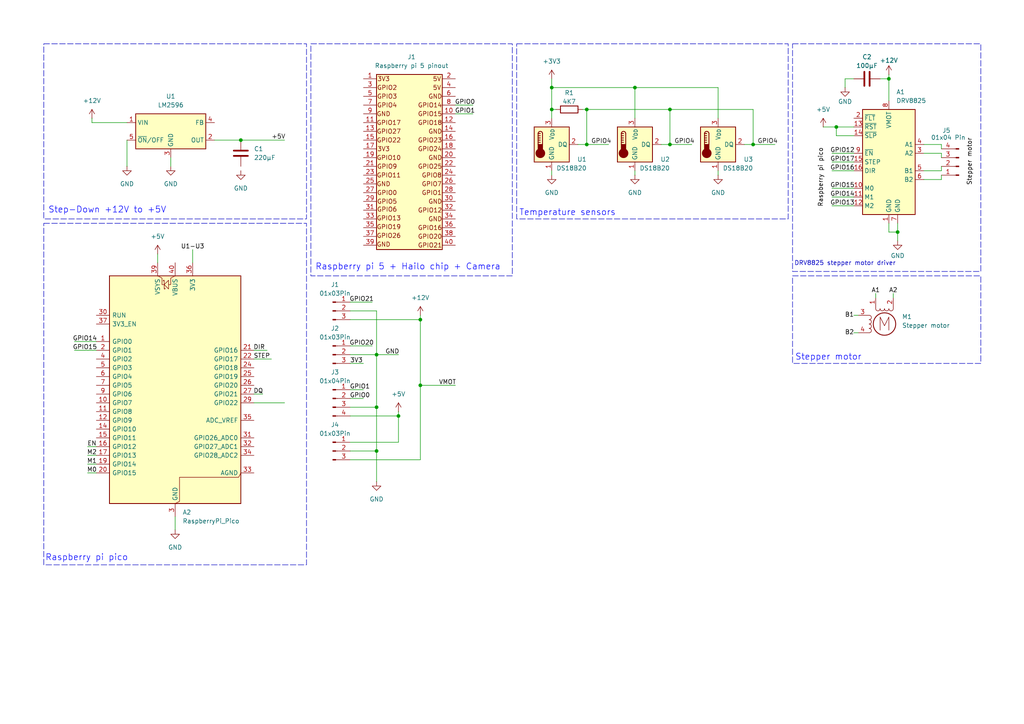
<source format=kicad_sch>
(kicad_sch
	(version 20250114)
	(generator "eeschema")
	(generator_version "9.0")
	(uuid "686f8742-a375-4052-bc44-1568e05f83c9")
	(paper "A4")
	(lib_symbols
		(symbol "Connector:Conn_01x03_Pin"
			(pin_names
				(offset 1.016)
				(hide yes)
			)
			(exclude_from_sim no)
			(in_bom yes)
			(on_board yes)
			(property "Reference" "J"
				(at 0 5.08 0)
				(effects
					(font
						(size 1.27 1.27)
					)
				)
			)
			(property "Value" "Conn_01x03_Pin"
				(at 0 -5.08 0)
				(effects
					(font
						(size 1.27 1.27)
					)
				)
			)
			(property "Footprint" ""
				(at 0 0 0)
				(effects
					(font
						(size 1.27 1.27)
					)
					(hide yes)
				)
			)
			(property "Datasheet" "~"
				(at 0 0 0)
				(effects
					(font
						(size 1.27 1.27)
					)
					(hide yes)
				)
			)
			(property "Description" "Generic connector, single row, 01x03, script generated"
				(at 0 0 0)
				(effects
					(font
						(size 1.27 1.27)
					)
					(hide yes)
				)
			)
			(property "ki_locked" ""
				(at 0 0 0)
				(effects
					(font
						(size 1.27 1.27)
					)
				)
			)
			(property "ki_keywords" "connector"
				(at 0 0 0)
				(effects
					(font
						(size 1.27 1.27)
					)
					(hide yes)
				)
			)
			(property "ki_fp_filters" "Connector*:*_1x??_*"
				(at 0 0 0)
				(effects
					(font
						(size 1.27 1.27)
					)
					(hide yes)
				)
			)
			(symbol "Conn_01x03_Pin_1_1"
				(rectangle
					(start 0.8636 2.667)
					(end 0 2.413)
					(stroke
						(width 0.1524)
						(type default)
					)
					(fill
						(type outline)
					)
				)
				(rectangle
					(start 0.8636 0.127)
					(end 0 -0.127)
					(stroke
						(width 0.1524)
						(type default)
					)
					(fill
						(type outline)
					)
				)
				(rectangle
					(start 0.8636 -2.413)
					(end 0 -2.667)
					(stroke
						(width 0.1524)
						(type default)
					)
					(fill
						(type outline)
					)
				)
				(polyline
					(pts
						(xy 1.27 2.54) (xy 0.8636 2.54)
					)
					(stroke
						(width 0.1524)
						(type default)
					)
					(fill
						(type none)
					)
				)
				(polyline
					(pts
						(xy 1.27 0) (xy 0.8636 0)
					)
					(stroke
						(width 0.1524)
						(type default)
					)
					(fill
						(type none)
					)
				)
				(polyline
					(pts
						(xy 1.27 -2.54) (xy 0.8636 -2.54)
					)
					(stroke
						(width 0.1524)
						(type default)
					)
					(fill
						(type none)
					)
				)
				(pin passive line
					(at 5.08 2.54 180)
					(length 3.81)
					(name "Pin_1"
						(effects
							(font
								(size 1.27 1.27)
							)
						)
					)
					(number "1"
						(effects
							(font
								(size 1.27 1.27)
							)
						)
					)
				)
				(pin passive line
					(at 5.08 0 180)
					(length 3.81)
					(name "Pin_2"
						(effects
							(font
								(size 1.27 1.27)
							)
						)
					)
					(number "2"
						(effects
							(font
								(size 1.27 1.27)
							)
						)
					)
				)
				(pin passive line
					(at 5.08 -2.54 180)
					(length 3.81)
					(name "Pin_3"
						(effects
							(font
								(size 1.27 1.27)
							)
						)
					)
					(number "3"
						(effects
							(font
								(size 1.27 1.27)
							)
						)
					)
				)
			)
			(embedded_fonts no)
		)
		(symbol "Connector:Conn_01x04_Pin"
			(pin_names
				(offset 1.016)
				(hide yes)
			)
			(exclude_from_sim no)
			(in_bom yes)
			(on_board yes)
			(property "Reference" "J"
				(at 0 5.08 0)
				(effects
					(font
						(size 1.27 1.27)
					)
				)
			)
			(property "Value" "Conn_01x04_Pin"
				(at 0 -7.62 0)
				(effects
					(font
						(size 1.27 1.27)
					)
				)
			)
			(property "Footprint" ""
				(at 0 0 0)
				(effects
					(font
						(size 1.27 1.27)
					)
					(hide yes)
				)
			)
			(property "Datasheet" "~"
				(at 0 0 0)
				(effects
					(font
						(size 1.27 1.27)
					)
					(hide yes)
				)
			)
			(property "Description" "Generic connector, single row, 01x04, script generated"
				(at 0 0 0)
				(effects
					(font
						(size 1.27 1.27)
					)
					(hide yes)
				)
			)
			(property "ki_locked" ""
				(at 0 0 0)
				(effects
					(font
						(size 1.27 1.27)
					)
				)
			)
			(property "ki_keywords" "connector"
				(at 0 0 0)
				(effects
					(font
						(size 1.27 1.27)
					)
					(hide yes)
				)
			)
			(property "ki_fp_filters" "Connector*:*_1x??_*"
				(at 0 0 0)
				(effects
					(font
						(size 1.27 1.27)
					)
					(hide yes)
				)
			)
			(symbol "Conn_01x04_Pin_1_1"
				(rectangle
					(start 0.8636 2.667)
					(end 0 2.413)
					(stroke
						(width 0.1524)
						(type default)
					)
					(fill
						(type outline)
					)
				)
				(rectangle
					(start 0.8636 0.127)
					(end 0 -0.127)
					(stroke
						(width 0.1524)
						(type default)
					)
					(fill
						(type outline)
					)
				)
				(rectangle
					(start 0.8636 -2.413)
					(end 0 -2.667)
					(stroke
						(width 0.1524)
						(type default)
					)
					(fill
						(type outline)
					)
				)
				(rectangle
					(start 0.8636 -4.953)
					(end 0 -5.207)
					(stroke
						(width 0.1524)
						(type default)
					)
					(fill
						(type outline)
					)
				)
				(polyline
					(pts
						(xy 1.27 2.54) (xy 0.8636 2.54)
					)
					(stroke
						(width 0.1524)
						(type default)
					)
					(fill
						(type none)
					)
				)
				(polyline
					(pts
						(xy 1.27 0) (xy 0.8636 0)
					)
					(stroke
						(width 0.1524)
						(type default)
					)
					(fill
						(type none)
					)
				)
				(polyline
					(pts
						(xy 1.27 -2.54) (xy 0.8636 -2.54)
					)
					(stroke
						(width 0.1524)
						(type default)
					)
					(fill
						(type none)
					)
				)
				(polyline
					(pts
						(xy 1.27 -5.08) (xy 0.8636 -5.08)
					)
					(stroke
						(width 0.1524)
						(type default)
					)
					(fill
						(type none)
					)
				)
				(pin passive line
					(at 5.08 2.54 180)
					(length 3.81)
					(name "Pin_1"
						(effects
							(font
								(size 1.27 1.27)
							)
						)
					)
					(number "1"
						(effects
							(font
								(size 1.27 1.27)
							)
						)
					)
				)
				(pin passive line
					(at 5.08 0 180)
					(length 3.81)
					(name "Pin_2"
						(effects
							(font
								(size 1.27 1.27)
							)
						)
					)
					(number "2"
						(effects
							(font
								(size 1.27 1.27)
							)
						)
					)
				)
				(pin passive line
					(at 5.08 -2.54 180)
					(length 3.81)
					(name "Pin_3"
						(effects
							(font
								(size 1.27 1.27)
							)
						)
					)
					(number "3"
						(effects
							(font
								(size 1.27 1.27)
							)
						)
					)
				)
				(pin passive line
					(at 5.08 -5.08 180)
					(length 3.81)
					(name "Pin_4"
						(effects
							(font
								(size 1.27 1.27)
							)
						)
					)
					(number "4"
						(effects
							(font
								(size 1.27 1.27)
							)
						)
					)
				)
			)
			(embedded_fonts no)
		)
		(symbol "Connector_Generic:Conn_02x20_Odd_Even"
			(pin_names
				(offset 1.016)
				(hide yes)
			)
			(exclude_from_sim no)
			(in_bom yes)
			(on_board yes)
			(property "Reference" "J1"
				(at 1.27 29.21 0)
				(effects
					(font
						(size 1.27 1.27)
					)
				)
			)
			(property "Value" "Raspberry pi 5 pinout"
				(at 1.27 26.67 0)
				(effects
					(font
						(size 1.27 1.27)
					)
				)
			)
			(property "Footprint" ""
				(at 0 0 0)
				(effects
					(font
						(size 1.27 1.27)
					)
					(hide yes)
				)
			)
			(property "Datasheet" "~"
				(at 0 0 0)
				(effects
					(font
						(size 1.27 1.27)
					)
					(hide yes)
				)
			)
			(property "Description" "Generic connector, double row, 02x20, odd/even pin numbering scheme (row 1 odd numbers, row 2 even numbers), script generated (kicad-library-utils/schlib/autogen/connector/)"
				(at 0.254 40.64 0)
				(effects
					(font
						(size 1.27 1.27)
					)
					(hide yes)
				)
			)
			(property "ki_keywords" "connector"
				(at 0 0 0)
				(effects
					(font
						(size 1.27 1.27)
					)
					(hide yes)
				)
			)
			(property "ki_fp_filters" "Connector*:*_2x??_*"
				(at 0 0 0)
				(effects
					(font
						(size 1.27 1.27)
					)
					(hide yes)
				)
			)
			(symbol "Conn_02x20_Odd_Even_1_1"
				(rectangle
					(start -8.89 24.13)
					(end 10.16 -26.67)
					(stroke
						(width 0.254)
						(type default)
					)
					(fill
						(type background)
					)
				)
				(text "3V3"
					(at -6.858 22.86 0)
					(effects
						(font
							(size 1.27 1.27)
						)
					)
				)
				(text "GND"
					(at -6.858 12.7 0)
					(effects
						(font
							(size 1.27 1.27)
						)
					)
				)
				(text "3V3"
					(at -6.858 2.54 0)
					(effects
						(font
							(size 1.27 1.27)
						)
					)
				)
				(text "GND"
					(at -6.858 -7.62 0)
					(effects
						(font
							(size 1.27 1.27)
						)
					)
				)
				(text "GND"
					(at -6.858 -25.146 0)
					(effects
						(font
							(size 1.27 1.27)
						)
					)
				)
				(text "GPIO2\n"
					(at -5.842 20.32 0)
					(effects
						(font
							(size 1.27 1.27)
						)
					)
				)
				(text "GPIO3\n"
					(at -5.842 17.78 0)
					(effects
						(font
							(size 1.27 1.27)
						)
					)
				)
				(text "GPIO4"
					(at -5.842 15.24 0)
					(effects
						(font
							(size 1.27 1.27)
						)
					)
				)
				(text "GPIO9"
					(at -5.842 -2.54 0)
					(effects
						(font
							(size 1.27 1.27)
						)
					)
				)
				(text "GPIO0"
					(at -5.842 -10.16 0)
					(effects
						(font
							(size 1.27 1.27)
						)
					)
				)
				(text "GPIO5"
					(at -5.842 -12.7 0)
					(effects
						(font
							(size 1.27 1.27)
						)
					)
				)
				(text "GPIO6"
					(at -5.842 -14.986 0)
					(effects
						(font
							(size 1.27 1.27)
						)
					)
				)
				(text "GPIO17"
					(at -5.334 10.16 0)
					(effects
						(font
							(size 1.27 1.27)
						)
					)
				)
				(text "GPIO27"
					(at -5.334 7.62 0)
					(effects
						(font
							(size 1.27 1.27)
						)
					)
				)
				(text "GPIO22"
					(at -5.334 5.08 0)
					(effects
						(font
							(size 1.27 1.27)
						)
					)
				)
				(text "GPIO10\n"
					(at -5.334 0 0)
					(effects
						(font
							(size 1.27 1.27)
						)
					)
				)
				(text "GPIO11"
					(at -5.334 -5.08 0)
					(effects
						(font
							(size 1.27 1.27)
						)
					)
				)
				(text "GPIO13"
					(at -5.334 -17.526 0)
					(effects
						(font
							(size 1.27 1.27)
						)
					)
				)
				(text "GPIO19"
					(at -5.334 -20.066 0)
					(effects
						(font
							(size 1.27 1.27)
						)
					)
				)
				(text "GPIO26"
					(at -5.334 -22.606 0)
					(effects
						(font
							(size 1.27 1.27)
						)
					)
				)
				(text "GPIO14"
					(at 6.604 15.24 0)
					(effects
						(font
							(size 1.27 1.27)
						)
					)
				)
				(text "GPIO15"
					(at 6.604 12.7 0)
					(effects
						(font
							(size 1.27 1.27)
						)
					)
				)
				(text "GPIO18"
					(at 6.604 10.16 0)
					(effects
						(font
							(size 1.27 1.27)
						)
					)
				)
				(text "GPIO23\n"
					(at 6.604 5.08 0)
					(effects
						(font
							(size 1.27 1.27)
						)
					)
				)
				(text "GPIO24"
					(at 6.604 2.54 0)
					(effects
						(font
							(size 1.27 1.27)
						)
					)
				)
				(text "GPIO25"
					(at 6.604 -2.54 0)
					(effects
						(font
							(size 1.27 1.27)
						)
					)
				)
				(text "GPIO12"
					(at 6.604 -15.24 0)
					(effects
						(font
							(size 1.27 1.27)
						)
					)
				)
				(text "GPIO16"
					(at 6.604 -20.32 0)
					(effects
						(font
							(size 1.27 1.27)
						)
					)
				)
				(text "GPIO20"
					(at 6.604 -22.86 0)
					(effects
						(font
							(size 1.27 1.27)
						)
					)
				)
				(text "GPIO21"
					(at 6.604 -25.4 0)
					(effects
						(font
							(size 1.27 1.27)
						)
					)
				)
				(text "GPIO8"
					(at 7.112 -5.08 0)
					(effects
						(font
							(size 1.27 1.27)
						)
					)
				)
				(text "GPIO7"
					(at 7.112 -7.62 0)
					(effects
						(font
							(size 1.27 1.27)
						)
					)
				)
				(text "GPIO1"
					(at 7.112 -10.16 0)
					(effects
						(font
							(size 1.27 1.27)
						)
					)
				)
				(text "GND"
					(at 8.128 17.78 0)
					(effects
						(font
							(size 1.27 1.27)
						)
					)
				)
				(text "GND"
					(at 8.128 7.62 0)
					(effects
						(font
							(size 1.27 1.27)
						)
					)
				)
				(text "GND"
					(at 8.128 0 0)
					(effects
						(font
							(size 1.27 1.27)
						)
					)
				)
				(text "GND"
					(at 8.128 -12.7 0)
					(effects
						(font
							(size 1.27 1.27)
						)
					)
				)
				(text "GND"
					(at 8.128 -17.78 0)
					(effects
						(font
							(size 1.27 1.27)
						)
					)
				)
				(text "5V"
					(at 8.636 22.86 0)
					(effects
						(font
							(size 1.27 1.27)
						)
					)
				)
				(text "5V"
					(at 8.636 20.32 0)
					(effects
						(font
							(size 1.27 1.27)
						)
					)
				)
				(pin passive line
					(at -12.7 22.86 0)
					(length 3.81)
					(name "3V3"
						(effects
							(font
								(size 1.27 1.27)
							)
						)
					)
					(number "1"
						(effects
							(font
								(size 1.27 1.27)
							)
						)
					)
				)
				(pin passive line
					(at -12.7 20.32 0)
					(length 3.81)
					(name "Pin_3"
						(effects
							(font
								(size 1.27 1.27)
							)
						)
					)
					(number "3"
						(effects
							(font
								(size 1.27 1.27)
							)
						)
					)
				)
				(pin passive line
					(at -12.7 17.78 0)
					(length 3.81)
					(name "Pin_5"
						(effects
							(font
								(size 1.27 1.27)
							)
						)
					)
					(number "5"
						(effects
							(font
								(size 1.27 1.27)
							)
						)
					)
				)
				(pin passive line
					(at -12.7 15.24 0)
					(length 3.81)
					(name "Pin_7"
						(effects
							(font
								(size 1.27 1.27)
							)
						)
					)
					(number "7"
						(effects
							(font
								(size 1.27 1.27)
							)
						)
					)
				)
				(pin passive line
					(at -12.7 12.7 0)
					(length 3.81)
					(name "Pin_9"
						(effects
							(font
								(size 1.27 1.27)
							)
						)
					)
					(number "9"
						(effects
							(font
								(size 1.27 1.27)
							)
						)
					)
				)
				(pin passive line
					(at -12.7 10.16 0)
					(length 3.81)
					(name "Pin_11"
						(effects
							(font
								(size 1.27 1.27)
							)
						)
					)
					(number "11"
						(effects
							(font
								(size 1.27 1.27)
							)
						)
					)
				)
				(pin passive line
					(at -12.7 7.62 0)
					(length 3.81)
					(name "Pin_13"
						(effects
							(font
								(size 1.27 1.27)
							)
						)
					)
					(number "13"
						(effects
							(font
								(size 1.27 1.27)
							)
						)
					)
				)
				(pin passive line
					(at -12.7 5.08 0)
					(length 3.81)
					(name "Pin_15"
						(effects
							(font
								(size 1.27 1.27)
							)
						)
					)
					(number "15"
						(effects
							(font
								(size 1.27 1.27)
							)
						)
					)
				)
				(pin passive line
					(at -12.7 2.54 0)
					(length 3.81)
					(name "Pin_17"
						(effects
							(font
								(size 1.27 1.27)
							)
						)
					)
					(number "17"
						(effects
							(font
								(size 1.27 1.27)
							)
						)
					)
				)
				(pin passive line
					(at -12.7 0 0)
					(length 3.81)
					(name "Pin_19"
						(effects
							(font
								(size 1.27 1.27)
							)
						)
					)
					(number "19"
						(effects
							(font
								(size 1.27 1.27)
							)
						)
					)
				)
				(pin passive line
					(at -12.7 -2.54 0)
					(length 3.81)
					(name "Pin_21"
						(effects
							(font
								(size 1.27 1.27)
							)
						)
					)
					(number "21"
						(effects
							(font
								(size 1.27 1.27)
							)
						)
					)
				)
				(pin passive line
					(at -12.7 -5.08 0)
					(length 3.81)
					(name "Pin_23"
						(effects
							(font
								(size 1.27 1.27)
							)
						)
					)
					(number "23"
						(effects
							(font
								(size 1.27 1.27)
							)
						)
					)
				)
				(pin passive line
					(at -12.7 -7.62 0)
					(length 3.81)
					(name "Pin_25"
						(effects
							(font
								(size 1.27 1.27)
							)
						)
					)
					(number "25"
						(effects
							(font
								(size 1.27 1.27)
							)
						)
					)
				)
				(pin passive line
					(at -12.7 -10.16 0)
					(length 3.81)
					(name "Pin_27"
						(effects
							(font
								(size 1.27 1.27)
							)
						)
					)
					(number "27"
						(effects
							(font
								(size 1.27 1.27)
							)
						)
					)
				)
				(pin passive line
					(at -12.7 -12.7 0)
					(length 3.81)
					(name "Pin_29"
						(effects
							(font
								(size 1.27 1.27)
							)
						)
					)
					(number "29"
						(effects
							(font
								(size 1.27 1.27)
							)
						)
					)
				)
				(pin passive line
					(at -12.7 -15.24 0)
					(length 3.81)
					(name "Pin_31"
						(effects
							(font
								(size 1.27 1.27)
							)
						)
					)
					(number "31"
						(effects
							(font
								(size 1.27 1.27)
							)
						)
					)
				)
				(pin passive line
					(at -12.7 -17.78 0)
					(length 3.81)
					(name "Pin_33"
						(effects
							(font
								(size 1.27 1.27)
							)
						)
					)
					(number "33"
						(effects
							(font
								(size 1.27 1.27)
							)
						)
					)
				)
				(pin passive line
					(at -12.7 -20.32 0)
					(length 3.81)
					(name "Pin_35"
						(effects
							(font
								(size 1.27 1.27)
							)
						)
					)
					(number "35"
						(effects
							(font
								(size 1.27 1.27)
							)
						)
					)
				)
				(pin passive line
					(at -12.7 -22.86 0)
					(length 3.81)
					(name "Pin_37"
						(effects
							(font
								(size 1.27 1.27)
							)
						)
					)
					(number "37"
						(effects
							(font
								(size 1.27 1.27)
							)
						)
					)
				)
				(pin passive line
					(at -12.7 -25.4 0)
					(length 3.81)
					(name "Pin_39"
						(effects
							(font
								(size 1.27 1.27)
							)
						)
					)
					(number "39"
						(effects
							(font
								(size 1.27 1.27)
							)
						)
					)
				)
				(pin passive line
					(at 13.97 22.86 180)
					(length 3.81)
					(name "Pin_2"
						(effects
							(font
								(size 1.27 1.27)
							)
						)
					)
					(number "2"
						(effects
							(font
								(size 1.27 1.27)
							)
						)
					)
				)
				(pin passive line
					(at 13.97 20.32 180)
					(length 3.81)
					(name "Pin_4"
						(effects
							(font
								(size 1.27 1.27)
							)
						)
					)
					(number "4"
						(effects
							(font
								(size 1.27 1.27)
							)
						)
					)
				)
				(pin passive line
					(at 13.97 17.78 180)
					(length 3.81)
					(name "Pin_6"
						(effects
							(font
								(size 1.27 1.27)
							)
						)
					)
					(number "6"
						(effects
							(font
								(size 1.27 1.27)
							)
						)
					)
				)
				(pin passive line
					(at 13.97 15.24 180)
					(length 3.81)
					(name "Pin_8"
						(effects
							(font
								(size 1.27 1.27)
							)
						)
					)
					(number "8"
						(effects
							(font
								(size 1.27 1.27)
							)
						)
					)
				)
				(pin passive line
					(at 13.97 12.7 180)
					(length 3.81)
					(name "Pin_10"
						(effects
							(font
								(size 1.27 1.27)
							)
						)
					)
					(number "10"
						(effects
							(font
								(size 1.27 1.27)
							)
						)
					)
				)
				(pin passive line
					(at 13.97 10.16 180)
					(length 3.81)
					(name "Pin_12"
						(effects
							(font
								(size 1.27 1.27)
							)
						)
					)
					(number "12"
						(effects
							(font
								(size 1.27 1.27)
							)
						)
					)
				)
				(pin passive line
					(at 13.97 7.62 180)
					(length 3.81)
					(name "Pin_14"
						(effects
							(font
								(size 1.27 1.27)
							)
						)
					)
					(number "14"
						(effects
							(font
								(size 1.27 1.27)
							)
						)
					)
				)
				(pin passive line
					(at 13.97 5.08 180)
					(length 3.81)
					(name "Pin_16"
						(effects
							(font
								(size 1.27 1.27)
							)
						)
					)
					(number "16"
						(effects
							(font
								(size 1.27 1.27)
							)
						)
					)
				)
				(pin passive line
					(at 13.97 2.54 180)
					(length 3.81)
					(name "Pin_18"
						(effects
							(font
								(size 1.27 1.27)
							)
						)
					)
					(number "18"
						(effects
							(font
								(size 1.27 1.27)
							)
						)
					)
				)
				(pin passive line
					(at 13.97 0 180)
					(length 3.81)
					(name "Pin_20"
						(effects
							(font
								(size 1.27 1.27)
							)
						)
					)
					(number "20"
						(effects
							(font
								(size 1.27 1.27)
							)
						)
					)
				)
				(pin passive line
					(at 13.97 -2.54 180)
					(length 3.81)
					(name "Pin_22"
						(effects
							(font
								(size 1.27 1.27)
							)
						)
					)
					(number "22"
						(effects
							(font
								(size 1.27 1.27)
							)
						)
					)
				)
				(pin passive line
					(at 13.97 -5.08 180)
					(length 3.81)
					(name "Pin_24"
						(effects
							(font
								(size 1.27 1.27)
							)
						)
					)
					(number "24"
						(effects
							(font
								(size 1.27 1.27)
							)
						)
					)
				)
				(pin passive line
					(at 13.97 -7.62 180)
					(length 3.81)
					(name "Pin_26"
						(effects
							(font
								(size 1.27 1.27)
							)
						)
					)
					(number "26"
						(effects
							(font
								(size 1.27 1.27)
							)
						)
					)
				)
				(pin passive line
					(at 13.97 -10.16 180)
					(length 3.81)
					(name "Pin_28"
						(effects
							(font
								(size 1.27 1.27)
							)
						)
					)
					(number "28"
						(effects
							(font
								(size 1.27 1.27)
							)
						)
					)
				)
				(pin passive line
					(at 13.97 -12.7 180)
					(length 3.81)
					(name "Pin_30"
						(effects
							(font
								(size 1.27 1.27)
							)
						)
					)
					(number "30"
						(effects
							(font
								(size 1.27 1.27)
							)
						)
					)
				)
				(pin passive line
					(at 13.97 -15.24 180)
					(length 3.81)
					(name "Pin_32"
						(effects
							(font
								(size 1.27 1.27)
							)
						)
					)
					(number "32"
						(effects
							(font
								(size 1.27 1.27)
							)
						)
					)
				)
				(pin passive line
					(at 13.97 -17.78 180)
					(length 3.81)
					(name "Pin_34"
						(effects
							(font
								(size 1.27 1.27)
							)
						)
					)
					(number "34"
						(effects
							(font
								(size 1.27 1.27)
							)
						)
					)
				)
				(pin passive line
					(at 13.97 -20.32 180)
					(length 3.81)
					(name "Pin_36"
						(effects
							(font
								(size 1.27 1.27)
							)
						)
					)
					(number "36"
						(effects
							(font
								(size 1.27 1.27)
							)
						)
					)
				)
				(pin passive line
					(at 13.97 -22.86 180)
					(length 3.81)
					(name "Pin_38"
						(effects
							(font
								(size 1.27 1.27)
							)
						)
					)
					(number "38"
						(effects
							(font
								(size 1.27 1.27)
							)
						)
					)
				)
				(pin passive line
					(at 13.97 -25.4 180)
					(length 3.81)
					(name "Pin_40"
						(effects
							(font
								(size 1.27 1.27)
							)
						)
					)
					(number "40"
						(effects
							(font
								(size 1.27 1.27)
							)
						)
					)
				)
			)
			(embedded_fonts no)
		)
		(symbol "Device:C"
			(pin_numbers
				(hide yes)
			)
			(pin_names
				(offset 0.254)
			)
			(exclude_from_sim no)
			(in_bom yes)
			(on_board yes)
			(property "Reference" "C"
				(at 0.635 2.54 0)
				(effects
					(font
						(size 1.27 1.27)
					)
					(justify left)
				)
			)
			(property "Value" "C"
				(at 0.635 -2.54 0)
				(effects
					(font
						(size 1.27 1.27)
					)
					(justify left)
				)
			)
			(property "Footprint" ""
				(at 0.9652 -3.81 0)
				(effects
					(font
						(size 1.27 1.27)
					)
					(hide yes)
				)
			)
			(property "Datasheet" "~"
				(at 0 0 0)
				(effects
					(font
						(size 1.27 1.27)
					)
					(hide yes)
				)
			)
			(property "Description" "Unpolarized capacitor"
				(at 0 0 0)
				(effects
					(font
						(size 1.27 1.27)
					)
					(hide yes)
				)
			)
			(property "ki_keywords" "cap capacitor"
				(at 0 0 0)
				(effects
					(font
						(size 1.27 1.27)
					)
					(hide yes)
				)
			)
			(property "ki_fp_filters" "C_*"
				(at 0 0 0)
				(effects
					(font
						(size 1.27 1.27)
					)
					(hide yes)
				)
			)
			(symbol "C_0_1"
				(polyline
					(pts
						(xy -2.032 0.762) (xy 2.032 0.762)
					)
					(stroke
						(width 0.508)
						(type default)
					)
					(fill
						(type none)
					)
				)
				(polyline
					(pts
						(xy -2.032 -0.762) (xy 2.032 -0.762)
					)
					(stroke
						(width 0.508)
						(type default)
					)
					(fill
						(type none)
					)
				)
			)
			(symbol "C_1_1"
				(pin passive line
					(at 0 3.81 270)
					(length 2.794)
					(name "~"
						(effects
							(font
								(size 1.27 1.27)
							)
						)
					)
					(number "1"
						(effects
							(font
								(size 1.27 1.27)
							)
						)
					)
				)
				(pin passive line
					(at 0 -3.81 90)
					(length 2.794)
					(name "~"
						(effects
							(font
								(size 1.27 1.27)
							)
						)
					)
					(number "2"
						(effects
							(font
								(size 1.27 1.27)
							)
						)
					)
				)
			)
			(embedded_fonts no)
		)
		(symbol "Device:R"
			(pin_numbers
				(hide yes)
			)
			(pin_names
				(offset 0)
			)
			(exclude_from_sim no)
			(in_bom yes)
			(on_board yes)
			(property "Reference" "R"
				(at 2.032 0 90)
				(effects
					(font
						(size 1.27 1.27)
					)
				)
			)
			(property "Value" "R"
				(at 0 0 90)
				(effects
					(font
						(size 1.27 1.27)
					)
				)
			)
			(property "Footprint" ""
				(at -1.778 0 90)
				(effects
					(font
						(size 1.27 1.27)
					)
					(hide yes)
				)
			)
			(property "Datasheet" "~"
				(at 0 0 0)
				(effects
					(font
						(size 1.27 1.27)
					)
					(hide yes)
				)
			)
			(property "Description" "Resistor"
				(at 0 0 0)
				(effects
					(font
						(size 1.27 1.27)
					)
					(hide yes)
				)
			)
			(property "ki_keywords" "R res resistor"
				(at 0 0 0)
				(effects
					(font
						(size 1.27 1.27)
					)
					(hide yes)
				)
			)
			(property "ki_fp_filters" "R_*"
				(at 0 0 0)
				(effects
					(font
						(size 1.27 1.27)
					)
					(hide yes)
				)
			)
			(symbol "R_0_1"
				(rectangle
					(start -1.016 -2.54)
					(end 1.016 2.54)
					(stroke
						(width 0.254)
						(type default)
					)
					(fill
						(type none)
					)
				)
			)
			(symbol "R_1_1"
				(pin passive line
					(at 0 3.81 270)
					(length 1.27)
					(name "~"
						(effects
							(font
								(size 1.27 1.27)
							)
						)
					)
					(number "1"
						(effects
							(font
								(size 1.27 1.27)
							)
						)
					)
				)
				(pin passive line
					(at 0 -3.81 90)
					(length 1.27)
					(name "~"
						(effects
							(font
								(size 1.27 1.27)
							)
						)
					)
					(number "2"
						(effects
							(font
								(size 1.27 1.27)
							)
						)
					)
				)
			)
			(embedded_fonts no)
		)
		(symbol "Driver_Motor:Pololu_Breakout_DRV8825"
			(exclude_from_sim no)
			(in_bom yes)
			(on_board yes)
			(property "Reference" "A"
				(at -2.54 16.51 0)
				(effects
					(font
						(size 1.27 1.27)
					)
					(justify right)
				)
			)
			(property "Value" "Pololu_Breakout_DRV8825"
				(at -2.54 13.97 0)
				(effects
					(font
						(size 1.27 1.27)
					)
					(justify right)
				)
			)
			(property "Footprint" "Module:Pololu_Breakout-16_15.2x20.3mm"
				(at 5.08 -20.32 0)
				(effects
					(font
						(size 1.27 1.27)
					)
					(justify left)
					(hide yes)
				)
			)
			(property "Datasheet" "https://www.pololu.com/product/2982"
				(at 2.54 -7.62 0)
				(effects
					(font
						(size 1.27 1.27)
					)
					(hide yes)
				)
			)
			(property "Description" "Pololu Breakout Board, Stepper Driver DRV8825"
				(at 0 0 0)
				(effects
					(font
						(size 1.27 1.27)
					)
					(hide yes)
				)
			)
			(property "ki_keywords" "Pololu Breakout Board Stepper Driver DRV8825"
				(at 0 0 0)
				(effects
					(font
						(size 1.27 1.27)
					)
					(hide yes)
				)
			)
			(property "ki_fp_filters" "Pololu*Breakout*15.2x20.3mm*"
				(at 0 0 0)
				(effects
					(font
						(size 1.27 1.27)
					)
					(hide yes)
				)
			)
			(symbol "Pololu_Breakout_DRV8825_0_1"
				(rectangle
					(start 7.62 -17.78)
					(end -7.62 12.7)
					(stroke
						(width 0.254)
						(type default)
					)
					(fill
						(type background)
					)
				)
			)
			(symbol "Pololu_Breakout_DRV8825_1_1"
				(pin output line
					(at -10.16 10.16 0)
					(length 2.54)
					(name "~{FLT}"
						(effects
							(font
								(size 1.27 1.27)
							)
						)
					)
					(number "2"
						(effects
							(font
								(size 1.27 1.27)
							)
						)
					)
				)
				(pin input line
					(at -10.16 7.62 0)
					(length 2.54)
					(name "~{RST}"
						(effects
							(font
								(size 1.27 1.27)
							)
						)
					)
					(number "13"
						(effects
							(font
								(size 1.27 1.27)
							)
						)
					)
				)
				(pin input line
					(at -10.16 5.08 0)
					(length 2.54)
					(name "~{SLP}"
						(effects
							(font
								(size 1.27 1.27)
							)
						)
					)
					(number "14"
						(effects
							(font
								(size 1.27 1.27)
							)
						)
					)
				)
				(pin input line
					(at -10.16 0 0)
					(length 2.54)
					(name "~{EN}"
						(effects
							(font
								(size 1.27 1.27)
							)
						)
					)
					(number "9"
						(effects
							(font
								(size 1.27 1.27)
							)
						)
					)
				)
				(pin input line
					(at -10.16 -2.54 0)
					(length 2.54)
					(name "STEP"
						(effects
							(font
								(size 1.27 1.27)
							)
						)
					)
					(number "15"
						(effects
							(font
								(size 1.27 1.27)
							)
						)
					)
				)
				(pin input line
					(at -10.16 -5.08 0)
					(length 2.54)
					(name "DIR"
						(effects
							(font
								(size 1.27 1.27)
							)
						)
					)
					(number "16"
						(effects
							(font
								(size 1.27 1.27)
							)
						)
					)
				)
				(pin input line
					(at -10.16 -10.16 0)
					(length 2.54)
					(name "M0"
						(effects
							(font
								(size 1.27 1.27)
							)
						)
					)
					(number "10"
						(effects
							(font
								(size 1.27 1.27)
							)
						)
					)
				)
				(pin input line
					(at -10.16 -12.7 0)
					(length 2.54)
					(name "M1"
						(effects
							(font
								(size 1.27 1.27)
							)
						)
					)
					(number "11"
						(effects
							(font
								(size 1.27 1.27)
							)
						)
					)
				)
				(pin input line
					(at -10.16 -15.24 0)
					(length 2.54)
					(name "M2"
						(effects
							(font
								(size 1.27 1.27)
							)
						)
					)
					(number "12"
						(effects
							(font
								(size 1.27 1.27)
							)
						)
					)
				)
				(pin power_in line
					(at 0 15.24 270)
					(length 2.54)
					(name "VMOT"
						(effects
							(font
								(size 1.27 1.27)
							)
						)
					)
					(number "8"
						(effects
							(font
								(size 1.27 1.27)
							)
						)
					)
				)
				(pin power_in line
					(at 0 -20.32 90)
					(length 2.54)
					(name "GND"
						(effects
							(font
								(size 1.27 1.27)
							)
						)
					)
					(number "1"
						(effects
							(font
								(size 1.27 1.27)
							)
						)
					)
				)
				(pin power_in line
					(at 2.54 -20.32 90)
					(length 2.54)
					(name "GND"
						(effects
							(font
								(size 1.27 1.27)
							)
						)
					)
					(number "7"
						(effects
							(font
								(size 1.27 1.27)
							)
						)
					)
				)
				(pin output line
					(at 10.16 2.54 180)
					(length 2.54)
					(name "A1"
						(effects
							(font
								(size 1.27 1.27)
							)
						)
					)
					(number "4"
						(effects
							(font
								(size 1.27 1.27)
							)
						)
					)
				)
				(pin output line
					(at 10.16 0 180)
					(length 2.54)
					(name "A2"
						(effects
							(font
								(size 1.27 1.27)
							)
						)
					)
					(number "3"
						(effects
							(font
								(size 1.27 1.27)
							)
						)
					)
				)
				(pin output line
					(at 10.16 -5.08 180)
					(length 2.54)
					(name "B1"
						(effects
							(font
								(size 1.27 1.27)
							)
						)
					)
					(number "5"
						(effects
							(font
								(size 1.27 1.27)
							)
						)
					)
				)
				(pin output line
					(at 10.16 -7.62 180)
					(length 2.54)
					(name "B2"
						(effects
							(font
								(size 1.27 1.27)
							)
						)
					)
					(number "6"
						(effects
							(font
								(size 1.27 1.27)
							)
						)
					)
				)
			)
			(embedded_fonts no)
		)
		(symbol "MCU_Module:RaspberryPi_Pico"
			(pin_names
				(offset 0.762)
			)
			(exclude_from_sim no)
			(in_bom yes)
			(on_board yes)
			(property "Reference" "A"
				(at -19.05 35.56 0)
				(effects
					(font
						(size 1.27 1.27)
					)
					(justify left)
				)
			)
			(property "Value" "RaspberryPi_Pico"
				(at 7.62 35.56 0)
				(effects
					(font
						(size 1.27 1.27)
					)
					(justify left)
				)
			)
			(property "Footprint" "Module:RaspberryPi_Pico_Common_Unspecified"
				(at 0 -46.99 0)
				(effects
					(font
						(size 1.27 1.27)
					)
					(hide yes)
				)
			)
			(property "Datasheet" "https://datasheets.raspberrypi.com/pico/pico-datasheet.pdf"
				(at 0 -49.53 0)
				(effects
					(font
						(size 1.27 1.27)
					)
					(hide yes)
				)
			)
			(property "Description" "Versatile and inexpensive microcontroller module powered by RP2040 dual-core Arm Cortex-M0+ processor up to 133 MHz, 264kB SRAM, 2MB QSPI flash; also supports Raspberry Pi Pico 2"
				(at 0 -52.07 0)
				(effects
					(font
						(size 1.27 1.27)
					)
					(hide yes)
				)
			)
			(property "ki_keywords" "RP2350A M33 RISC-V Hazard3 usb"
				(at 0 0 0)
				(effects
					(font
						(size 1.27 1.27)
					)
					(hide yes)
				)
			)
			(property "ki_fp_filters" "RaspberryPi?Pico?Common* RaspberryPi?Pico?SMD*"
				(at 0 0 0)
				(effects
					(font
						(size 1.27 1.27)
					)
					(hide yes)
				)
			)
			(symbol "RaspberryPi_Pico_0_1"
				(rectangle
					(start -19.05 34.29)
					(end 19.05 -31.75)
					(stroke
						(width 0.254)
						(type default)
					)
					(fill
						(type background)
					)
				)
				(polyline
					(pts
						(xy -5.08 34.29) (xy -3.81 33.655) (xy -3.81 31.75) (xy -3.175 31.75)
					)
					(stroke
						(width 0)
						(type default)
					)
					(fill
						(type none)
					)
				)
				(polyline
					(pts
						(xy -3.429 32.766) (xy -3.429 33.02) (xy -3.175 33.02) (xy -3.175 30.48) (xy -2.921 30.48) (xy -2.921 30.734)
					)
					(stroke
						(width 0)
						(type default)
					)
					(fill
						(type none)
					)
				)
				(polyline
					(pts
						(xy -3.175 31.75) (xy -1.905 33.02) (xy -1.905 30.48) (xy -3.175 31.75)
					)
					(stroke
						(width 0)
						(type default)
					)
					(fill
						(type none)
					)
				)
				(polyline
					(pts
						(xy 0 34.29) (xy -1.27 33.655) (xy -1.27 31.75) (xy -1.905 31.75)
					)
					(stroke
						(width 0)
						(type default)
					)
					(fill
						(type none)
					)
				)
				(polyline
					(pts
						(xy 0 -31.75) (xy 1.27 -31.115) (xy 1.27 -24.13) (xy 18.415 -24.13) (xy 19.05 -22.86)
					)
					(stroke
						(width 0)
						(type default)
					)
					(fill
						(type none)
					)
				)
			)
			(symbol "RaspberryPi_Pico_1_1"
				(pin passive line
					(at -22.86 22.86 0)
					(length 3.81)
					(name "RUN"
						(effects
							(font
								(size 1.27 1.27)
							)
						)
					)
					(number "30"
						(effects
							(font
								(size 1.27 1.27)
							)
						)
					)
					(alternate "~{RESET}" passive line)
				)
				(pin passive line
					(at -22.86 20.32 0)
					(length 3.81)
					(name "3V3_EN"
						(effects
							(font
								(size 1.27 1.27)
							)
						)
					)
					(number "37"
						(effects
							(font
								(size 1.27 1.27)
							)
						)
					)
					(alternate "~{3V3_DISABLE}" passive line)
				)
				(pin bidirectional line
					(at -22.86 15.24 0)
					(length 3.81)
					(name "GPIO0"
						(effects
							(font
								(size 1.27 1.27)
							)
						)
					)
					(number "1"
						(effects
							(font
								(size 1.27 1.27)
							)
						)
					)
					(alternate "I2C0_SDA" bidirectional line)
					(alternate "PWM0_A" output line)
					(alternate "SPI0_RX" input line)
					(alternate "UART0_TX" output line)
					(alternate "USB_OVCUR_DET" input line)
				)
				(pin bidirectional line
					(at -22.86 12.7 0)
					(length 3.81)
					(name "GPIO1"
						(effects
							(font
								(size 1.27 1.27)
							)
						)
					)
					(number "2"
						(effects
							(font
								(size 1.27 1.27)
							)
						)
					)
					(alternate "I2C0_SCL" bidirectional clock)
					(alternate "PWM0_B" bidirectional line)
					(alternate "UART0_RX" input line)
					(alternate "USB_VBUS_DET" passive line)
					(alternate "~{SPI0_CSn}" bidirectional line)
				)
				(pin bidirectional line
					(at -22.86 10.16 0)
					(length 3.81)
					(name "GPIO2"
						(effects
							(font
								(size 1.27 1.27)
							)
						)
					)
					(number "4"
						(effects
							(font
								(size 1.27 1.27)
							)
						)
					)
					(alternate "I2C1_SDA" bidirectional line)
					(alternate "PWM1_A" output line)
					(alternate "SPI0_SCK" bidirectional clock)
					(alternate "UART0_CTS" input line)
					(alternate "USB_VBUS_EN" output line)
				)
				(pin bidirectional line
					(at -22.86 7.62 0)
					(length 3.81)
					(name "GPIO3"
						(effects
							(font
								(size 1.27 1.27)
							)
						)
					)
					(number "5"
						(effects
							(font
								(size 1.27 1.27)
							)
						)
					)
					(alternate "I2C1_SCL" bidirectional clock)
					(alternate "PWM1_B" bidirectional line)
					(alternate "SPI0_TX" output line)
					(alternate "UART0_RTS" output line)
					(alternate "USB_OVCUR_DET" input line)
				)
				(pin bidirectional line
					(at -22.86 5.08 0)
					(length 3.81)
					(name "GPIO4"
						(effects
							(font
								(size 1.27 1.27)
							)
						)
					)
					(number "6"
						(effects
							(font
								(size 1.27 1.27)
							)
						)
					)
					(alternate "I2C0_SDA" bidirectional line)
					(alternate "PWM2_A" output line)
					(alternate "SPI0_RX" input line)
					(alternate "UART1_TX" output line)
					(alternate "USB_VBUS_DET" input line)
				)
				(pin bidirectional line
					(at -22.86 2.54 0)
					(length 3.81)
					(name "GPIO5"
						(effects
							(font
								(size 1.27 1.27)
							)
						)
					)
					(number "7"
						(effects
							(font
								(size 1.27 1.27)
							)
						)
					)
					(alternate "I2C0_SCL" bidirectional clock)
					(alternate "PWM2_B" bidirectional line)
					(alternate "UART1_RX" input line)
					(alternate "USB_VBUS_EN" output line)
					(alternate "~{SPI0_CSn}" bidirectional line)
				)
				(pin bidirectional line
					(at -22.86 0 0)
					(length 3.81)
					(name "GPIO6"
						(effects
							(font
								(size 1.27 1.27)
							)
						)
					)
					(number "9"
						(effects
							(font
								(size 1.27 1.27)
							)
						)
					)
					(alternate "I2C1_SDA" bidirectional line)
					(alternate "PWM3_A" output line)
					(alternate "SPI0_SCK" bidirectional clock)
					(alternate "UART1_CTS" input line)
					(alternate "USB_OVCUR_DET" input line)
				)
				(pin bidirectional line
					(at -22.86 -2.54 0)
					(length 3.81)
					(name "GPIO7"
						(effects
							(font
								(size 1.27 1.27)
							)
						)
					)
					(number "10"
						(effects
							(font
								(size 1.27 1.27)
							)
						)
					)
					(alternate "I2C1_SCL" bidirectional clock)
					(alternate "PWM3_B" bidirectional line)
					(alternate "SPI0_TX" output line)
					(alternate "UART1_RTS" output line)
					(alternate "USB_VBUS_DET" input line)
				)
				(pin bidirectional line
					(at -22.86 -5.08 0)
					(length 3.81)
					(name "GPIO8"
						(effects
							(font
								(size 1.27 1.27)
							)
						)
					)
					(number "11"
						(effects
							(font
								(size 1.27 1.27)
							)
						)
					)
					(alternate "I2C0_SDA" bidirectional line)
					(alternate "PWM4_A" output line)
					(alternate "SPI1_RX" input line)
					(alternate "UART1_TX" output line)
					(alternate "USB_VBUS_EN" output line)
				)
				(pin bidirectional line
					(at -22.86 -7.62 0)
					(length 3.81)
					(name "GPIO9"
						(effects
							(font
								(size 1.27 1.27)
							)
						)
					)
					(number "12"
						(effects
							(font
								(size 1.27 1.27)
							)
						)
					)
					(alternate "I2C0_SCL" bidirectional clock)
					(alternate "PWM4_B" bidirectional line)
					(alternate "UART1_RX" input line)
					(alternate "USB_OVCUR_DET" input line)
					(alternate "~{SPI1_CSn}" bidirectional line)
				)
				(pin bidirectional line
					(at -22.86 -10.16 0)
					(length 3.81)
					(name "GPIO10"
						(effects
							(font
								(size 1.27 1.27)
							)
						)
					)
					(number "14"
						(effects
							(font
								(size 1.27 1.27)
							)
						)
					)
					(alternate "I2C1_SDA" bidirectional line)
					(alternate "PWM5_A" output line)
					(alternate "SPI1_SCK" bidirectional clock)
					(alternate "UART1_CTS" input line)
					(alternate "USB_VBUS_DET" input line)
				)
				(pin bidirectional line
					(at -22.86 -12.7 0)
					(length 3.81)
					(name "GPIO11"
						(effects
							(font
								(size 1.27 1.27)
							)
						)
					)
					(number "15"
						(effects
							(font
								(size 1.27 1.27)
							)
						)
					)
					(alternate "I2C1_SCL" bidirectional clock)
					(alternate "PWM5_B" bidirectional line)
					(alternate "SPI1_TX" output line)
					(alternate "UART1_RTS" output line)
					(alternate "USB_VBUS_EN" output line)
				)
				(pin bidirectional line
					(at -22.86 -15.24 0)
					(length 3.81)
					(name "GPIO12"
						(effects
							(font
								(size 1.27 1.27)
							)
						)
					)
					(number "16"
						(effects
							(font
								(size 1.27 1.27)
							)
						)
					)
					(alternate "I2C0_SDA" bidirectional line)
					(alternate "PWM6_A" output line)
					(alternate "SPI1_RX" input line)
					(alternate "UART0_TX" output line)
					(alternate "USB_OVCUR_DET" input line)
				)
				(pin bidirectional line
					(at -22.86 -17.78 0)
					(length 3.81)
					(name "GPIO13"
						(effects
							(font
								(size 1.27 1.27)
							)
						)
					)
					(number "17"
						(effects
							(font
								(size 1.27 1.27)
							)
						)
					)
					(alternate "I2C0_SCL" bidirectional clock)
					(alternate "PWM6_B" bidirectional line)
					(alternate "UART0_RX" input line)
					(alternate "USB_VBUS_DET" input line)
					(alternate "~{SPI1_CSn}" bidirectional line)
				)
				(pin bidirectional line
					(at -22.86 -20.32 0)
					(length 3.81)
					(name "GPIO14"
						(effects
							(font
								(size 1.27 1.27)
							)
						)
					)
					(number "19"
						(effects
							(font
								(size 1.27 1.27)
							)
						)
					)
					(alternate "I2C1_SDA" bidirectional line)
					(alternate "PWM7_A" output line)
					(alternate "SPI1_SCK" bidirectional clock)
					(alternate "UART0_CTS" input line)
					(alternate "USB_VBUS_EN" output line)
				)
				(pin bidirectional line
					(at -22.86 -22.86 0)
					(length 3.81)
					(name "GPIO15"
						(effects
							(font
								(size 1.27 1.27)
							)
						)
					)
					(number "20"
						(effects
							(font
								(size 1.27 1.27)
							)
						)
					)
					(alternate "I2C1_SCL" bidirectional clock)
					(alternate "PWM7_B" bidirectional line)
					(alternate "SPI1_TX" output line)
					(alternate "UART0_RTS" output line)
					(alternate "USB_OVCUR_DET" input line)
				)
				(pin power_in line
					(at -5.08 38.1 270)
					(length 3.81)
					(name "VSYS"
						(effects
							(font
								(size 1.27 1.27)
							)
						)
					)
					(number "39"
						(effects
							(font
								(size 1.27 1.27)
							)
						)
					)
					(alternate "VSYS_OUT" power_out line)
				)
				(pin power_out line
					(at 0 38.1 270)
					(length 3.81)
					(name "VBUS"
						(effects
							(font
								(size 1.27 1.27)
							)
						)
					)
					(number "40"
						(effects
							(font
								(size 1.27 1.27)
							)
						)
					)
					(alternate "VBUS_IN" power_in line)
				)
				(pin passive line
					(at 0 -35.56 90)
					(length 3.81)
					(hide yes)
					(name "GND"
						(effects
							(font
								(size 1.27 1.27)
							)
						)
					)
					(number "13"
						(effects
							(font
								(size 1.27 1.27)
							)
						)
					)
				)
				(pin passive line
					(at 0 -35.56 90)
					(length 3.81)
					(hide yes)
					(name "GND"
						(effects
							(font
								(size 1.27 1.27)
							)
						)
					)
					(number "18"
						(effects
							(font
								(size 1.27 1.27)
							)
						)
					)
				)
				(pin passive line
					(at 0 -35.56 90)
					(length 3.81)
					(hide yes)
					(name "GND"
						(effects
							(font
								(size 1.27 1.27)
							)
						)
					)
					(number "23"
						(effects
							(font
								(size 1.27 1.27)
							)
						)
					)
				)
				(pin passive line
					(at 0 -35.56 90)
					(length 3.81)
					(hide yes)
					(name "GND"
						(effects
							(font
								(size 1.27 1.27)
							)
						)
					)
					(number "28"
						(effects
							(font
								(size 1.27 1.27)
							)
						)
					)
				)
				(pin power_out line
					(at 0 -35.56 90)
					(length 3.81)
					(name "GND"
						(effects
							(font
								(size 1.27 1.27)
							)
						)
					)
					(number "3"
						(effects
							(font
								(size 1.27 1.27)
							)
						)
					)
					(alternate "GND_IN" power_in line)
				)
				(pin passive line
					(at 0 -35.56 90)
					(length 3.81)
					(hide yes)
					(name "GND"
						(effects
							(font
								(size 1.27 1.27)
							)
						)
					)
					(number "38"
						(effects
							(font
								(size 1.27 1.27)
							)
						)
					)
				)
				(pin passive line
					(at 0 -35.56 90)
					(length 3.81)
					(hide yes)
					(name "GND"
						(effects
							(font
								(size 1.27 1.27)
							)
						)
					)
					(number "8"
						(effects
							(font
								(size 1.27 1.27)
							)
						)
					)
				)
				(pin power_out line
					(at 5.08 38.1 270)
					(length 3.81)
					(name "3V3"
						(effects
							(font
								(size 1.27 1.27)
							)
						)
					)
					(number "36"
						(effects
							(font
								(size 1.27 1.27)
							)
						)
					)
				)
				(pin bidirectional line
					(at 22.86 12.7 180)
					(length 3.81)
					(name "GPIO16"
						(effects
							(font
								(size 1.27 1.27)
							)
						)
					)
					(number "21"
						(effects
							(font
								(size 1.27 1.27)
							)
						)
					)
					(alternate "I2C0_SDA" bidirectional line)
					(alternate "PWM0_A" output line)
					(alternate "SPI0_RX" input line)
					(alternate "UART0_TX" output line)
					(alternate "USB_VBUS_DET" input line)
				)
				(pin bidirectional line
					(at 22.86 10.16 180)
					(length 3.81)
					(name "GPIO17"
						(effects
							(font
								(size 1.27 1.27)
							)
						)
					)
					(number "22"
						(effects
							(font
								(size 1.27 1.27)
							)
						)
					)
					(alternate "I2C0_SCL" bidirectional clock)
					(alternate "PWM0_B" bidirectional line)
					(alternate "UART0_RX" input line)
					(alternate "USB_VBUS_EN" output line)
					(alternate "~{SPI0_CSn}" bidirectional line)
				)
				(pin bidirectional line
					(at 22.86 7.62 180)
					(length 3.81)
					(name "GPIO18"
						(effects
							(font
								(size 1.27 1.27)
							)
						)
					)
					(number "24"
						(effects
							(font
								(size 1.27 1.27)
							)
						)
					)
					(alternate "I2C1_SDA" bidirectional line)
					(alternate "PWM1_A" output line)
					(alternate "SPI0_SCK" bidirectional clock)
					(alternate "UART0_CTS" input line)
					(alternate "USB_OVCUR_DET" input line)
				)
				(pin bidirectional line
					(at 22.86 5.08 180)
					(length 3.81)
					(name "GPIO19"
						(effects
							(font
								(size 1.27 1.27)
							)
						)
					)
					(number "25"
						(effects
							(font
								(size 1.27 1.27)
							)
						)
					)
					(alternate "I2C1_SCL" bidirectional clock)
					(alternate "PWM1_B" bidirectional line)
					(alternate "SPI0_TX" output line)
					(alternate "UART0_RTS" output line)
					(alternate "USB_VBUS_DET" input line)
				)
				(pin bidirectional line
					(at 22.86 2.54 180)
					(length 3.81)
					(name "GPIO20"
						(effects
							(font
								(size 1.27 1.27)
							)
						)
					)
					(number "26"
						(effects
							(font
								(size 1.27 1.27)
							)
						)
					)
					(alternate "CLOCK_GPIN0" input clock)
					(alternate "I2C0_SDA" bidirectional line)
					(alternate "PWM2_A" output line)
					(alternate "SPI0_RX" input line)
					(alternate "UART1_TX" output line)
					(alternate "USB_VBUS_EN" output line)
				)
				(pin bidirectional line
					(at 22.86 0 180)
					(length 3.81)
					(name "GPIO21"
						(effects
							(font
								(size 1.27 1.27)
							)
						)
					)
					(number "27"
						(effects
							(font
								(size 1.27 1.27)
							)
						)
					)
					(alternate "CLOCK_GPOUT0" output clock)
					(alternate "I2C0_SCL" bidirectional clock)
					(alternate "PWM2_B" bidirectional line)
					(alternate "UART1_RX" input line)
					(alternate "USB_OVCUR_DET" input line)
					(alternate "~{SPI0_CSn}" bidirectional line)
				)
				(pin bidirectional line
					(at 22.86 -2.54 180)
					(length 3.81)
					(name "GPIO22"
						(effects
							(font
								(size 1.27 1.27)
							)
						)
					)
					(number "29"
						(effects
							(font
								(size 1.27 1.27)
							)
						)
					)
					(alternate "CLOCK_GPIN1" input clock)
					(alternate "I2C1_SDA" bidirectional line)
					(alternate "PWM3_A" output line)
					(alternate "SPI0_SCK" bidirectional clock)
					(alternate "UART1_CTS" input line)
					(alternate "USB_VBUS_DET" input line)
				)
				(pin power_in line
					(at 22.86 -7.62 180)
					(length 3.81)
					(name "ADC_VREF"
						(effects
							(font
								(size 1.27 1.27)
							)
						)
					)
					(number "35"
						(effects
							(font
								(size 1.27 1.27)
							)
						)
					)
				)
				(pin bidirectional line
					(at 22.86 -12.7 180)
					(length 3.81)
					(name "GPIO26_ADC0"
						(effects
							(font
								(size 1.27 1.27)
							)
						)
					)
					(number "31"
						(effects
							(font
								(size 1.27 1.27)
							)
						)
					)
					(alternate "ADC0" input line)
					(alternate "GPIO26" bidirectional line)
					(alternate "I2C1_SDA" bidirectional line)
					(alternate "PWM5_A" output line)
					(alternate "SPI1_SCK" bidirectional clock)
					(alternate "UART1_CTS" input line)
					(alternate "USB_VBUS_EN" output line)
				)
				(pin bidirectional line
					(at 22.86 -15.24 180)
					(length 3.81)
					(name "GPIO27_ADC1"
						(effects
							(font
								(size 1.27 1.27)
							)
						)
					)
					(number "32"
						(effects
							(font
								(size 1.27 1.27)
							)
						)
					)
					(alternate "ADC1" input line)
					(alternate "GPIO27" bidirectional line)
					(alternate "I2C1_SCL" bidirectional clock)
					(alternate "PWM5_B" bidirectional line)
					(alternate "SPI1_TX" output line)
					(alternate "UART1_RTS" output line)
					(alternate "USB_OVCUR_DET" input line)
				)
				(pin bidirectional line
					(at 22.86 -17.78 180)
					(length 3.81)
					(name "GPIO28_ADC2"
						(effects
							(font
								(size 1.27 1.27)
							)
						)
					)
					(number "34"
						(effects
							(font
								(size 1.27 1.27)
							)
						)
					)
					(alternate "ADC2" input line)
					(alternate "GPIO28" bidirectional line)
					(alternate "I2C0_SDA" bidirectional line)
					(alternate "PWM6_A" output line)
					(alternate "SPI1_RX" input line)
					(alternate "UART0_TX" output line)
					(alternate "USB_VBUS_DET" input line)
				)
				(pin power_out line
					(at 22.86 -22.86 180)
					(length 3.81)
					(name "AGND"
						(effects
							(font
								(size 1.27 1.27)
							)
						)
					)
					(number "33"
						(effects
							(font
								(size 1.27 1.27)
							)
						)
					)
					(alternate "GND" passive line)
				)
			)
			(embedded_fonts no)
		)
		(symbol "Motor:Stepper_Motor_bipolar"
			(pin_names
				(offset 0)
				(hide yes)
			)
			(exclude_from_sim no)
			(in_bom yes)
			(on_board yes)
			(property "Reference" "M"
				(at 3.81 2.54 0)
				(effects
					(font
						(size 1.27 1.27)
					)
					(justify left)
				)
			)
			(property "Value" "Stepper_Motor_bipolar"
				(at 3.81 1.27 0)
				(effects
					(font
						(size 1.27 1.27)
					)
					(justify left top)
				)
			)
			(property "Footprint" ""
				(at 0.254 -0.254 0)
				(effects
					(font
						(size 1.27 1.27)
					)
					(hide yes)
				)
			)
			(property "Datasheet" "http://www.infineon.com/dgdl/Application-Note-TLE8110EE_driving_UniPolarStepperMotor_V1.1.pdf?fileId=db3a30431be39b97011be5d0aa0a00b0"
				(at 0.254 -0.254 0)
				(effects
					(font
						(size 1.27 1.27)
					)
					(hide yes)
				)
			)
			(property "Description" "4-wire bipolar stepper motor"
				(at 0 0 0)
				(effects
					(font
						(size 1.27 1.27)
					)
					(hide yes)
				)
			)
			(property "ki_keywords" "bipolar stepper motor"
				(at 0 0 0)
				(effects
					(font
						(size 1.27 1.27)
					)
					(hide yes)
				)
			)
			(property "ki_fp_filters" "PinHeader*P2.54mm*Vertical* TerminalBlock* Motor*"
				(at 0 0 0)
				(effects
					(font
						(size 1.27 1.27)
					)
					(hide yes)
				)
			)
			(symbol "Stepper_Motor_bipolar_0_0"
				(polyline
					(pts
						(xy -1.27 -1.778) (xy -1.27 2.032) (xy 0 -0.508) (xy 1.27 2.032) (xy 1.27 -1.778)
					)
					(stroke
						(width 0)
						(type default)
					)
					(fill
						(type none)
					)
				)
			)
			(symbol "Stepper_Motor_bipolar_0_1"
				(polyline
					(pts
						(xy -5.08 2.54) (xy -4.445 2.54)
					)
					(stroke
						(width 0)
						(type default)
					)
					(fill
						(type none)
					)
				)
				(polyline
					(pts
						(xy -5.08 -2.54) (xy -4.445 -2.54)
					)
					(stroke
						(width 0)
						(type default)
					)
					(fill
						(type none)
					)
				)
				(arc
					(start -4.445 2.54)
					(mid -3.8127 1.905)
					(end -4.445 1.27)
					(stroke
						(width 0)
						(type default)
					)
					(fill
						(type none)
					)
				)
				(arc
					(start -4.445 1.27)
					(mid -3.8127 0.635)
					(end -4.445 0)
					(stroke
						(width 0)
						(type default)
					)
					(fill
						(type none)
					)
				)
				(arc
					(start -4.445 0)
					(mid -3.8127 -0.635)
					(end -4.445 -1.27)
					(stroke
						(width 0)
						(type default)
					)
					(fill
						(type none)
					)
				)
				(arc
					(start -4.445 -1.27)
					(mid -3.8127 -1.905)
					(end -4.445 -2.54)
					(stroke
						(width 0)
						(type default)
					)
					(fill
						(type none)
					)
				)
				(polyline
					(pts
						(xy -2.54 5.08) (xy -2.54 4.445)
					)
					(stroke
						(width 0)
						(type default)
					)
					(fill
						(type none)
					)
				)
				(arc
					(start -1.27 4.445)
					(mid -1.905 3.8127)
					(end -2.54 4.445)
					(stroke
						(width 0)
						(type default)
					)
					(fill
						(type none)
					)
				)
				(arc
					(start 0 4.445)
					(mid -0.635 3.8127)
					(end -1.27 4.445)
					(stroke
						(width 0)
						(type default)
					)
					(fill
						(type none)
					)
				)
				(circle
					(center 0 0)
					(radius 3.2512)
					(stroke
						(width 0.254)
						(type default)
					)
					(fill
						(type none)
					)
				)
				(arc
					(start 1.27 4.445)
					(mid 0.635 3.8127)
					(end 0 4.445)
					(stroke
						(width 0)
						(type default)
					)
					(fill
						(type none)
					)
				)
				(arc
					(start 2.54 4.445)
					(mid 1.905 3.8127)
					(end 1.27 4.445)
					(stroke
						(width 0)
						(type default)
					)
					(fill
						(type none)
					)
				)
				(polyline
					(pts
						(xy 2.54 5.08) (xy 2.54 4.445)
					)
					(stroke
						(width 0)
						(type default)
					)
					(fill
						(type none)
					)
				)
			)
			(symbol "Stepper_Motor_bipolar_1_1"
				(pin passive line
					(at -7.62 2.54 0)
					(length 2.54)
					(name "~"
						(effects
							(font
								(size 1.27 1.27)
							)
						)
					)
					(number "3"
						(effects
							(font
								(size 1.27 1.27)
							)
						)
					)
				)
				(pin passive line
					(at -7.62 -2.54 0)
					(length 2.54)
					(name "~"
						(effects
							(font
								(size 1.27 1.27)
							)
						)
					)
					(number "4"
						(effects
							(font
								(size 1.27 1.27)
							)
						)
					)
				)
				(pin passive line
					(at -2.54 7.62 270)
					(length 2.54)
					(name "~"
						(effects
							(font
								(size 1.27 1.27)
							)
						)
					)
					(number "1"
						(effects
							(font
								(size 1.27 1.27)
							)
						)
					)
				)
				(pin passive line
					(at 2.54 7.62 270)
					(length 2.54)
					(name "-"
						(effects
							(font
								(size 1.27 1.27)
							)
						)
					)
					(number "2"
						(effects
							(font
								(size 1.27 1.27)
							)
						)
					)
				)
			)
			(embedded_fonts no)
		)
		(symbol "Regulator_Switching:LM2596S-5"
			(exclude_from_sim no)
			(in_bom yes)
			(on_board yes)
			(property "Reference" "U"
				(at -10.16 6.35 0)
				(effects
					(font
						(size 1.27 1.27)
					)
					(justify left)
				)
			)
			(property "Value" "LM2596S-5"
				(at 0 6.35 0)
				(effects
					(font
						(size 1.27 1.27)
					)
					(justify left)
				)
			)
			(property "Footprint" "Package_TO_SOT_SMD:TO-263-5_TabPin3"
				(at 1.27 -6.35 0)
				(effects
					(font
						(size 1.27 1.27)
						(italic yes)
					)
					(justify left)
					(hide yes)
				)
			)
			(property "Datasheet" "http://www.ti.com/lit/ds/symlink/lm2596.pdf"
				(at 0 0 0)
				(effects
					(font
						(size 1.27 1.27)
					)
					(hide yes)
				)
			)
			(property "Description" "5V 3A Step-Down Voltage Regulator, TO-263"
				(at 0 0 0)
				(effects
					(font
						(size 1.27 1.27)
					)
					(hide yes)
				)
			)
			(property "ki_keywords" "Step-Down Voltage Regulator 5V 3A"
				(at 0 0 0)
				(effects
					(font
						(size 1.27 1.27)
					)
					(hide yes)
				)
			)
			(property "ki_fp_filters" "TO?263*"
				(at 0 0 0)
				(effects
					(font
						(size 1.27 1.27)
					)
					(hide yes)
				)
			)
			(symbol "LM2596S-5_0_1"
				(rectangle
					(start -10.16 5.08)
					(end 10.16 -5.08)
					(stroke
						(width 0.254)
						(type default)
					)
					(fill
						(type background)
					)
				)
			)
			(symbol "LM2596S-5_1_1"
				(pin power_in line
					(at -12.7 2.54 0)
					(length 2.54)
					(name "VIN"
						(effects
							(font
								(size 1.27 1.27)
							)
						)
					)
					(number "1"
						(effects
							(font
								(size 1.27 1.27)
							)
						)
					)
				)
				(pin input line
					(at -12.7 -2.54 0)
					(length 2.54)
					(name "~{ON}/OFF"
						(effects
							(font
								(size 1.27 1.27)
							)
						)
					)
					(number "5"
						(effects
							(font
								(size 1.27 1.27)
							)
						)
					)
				)
				(pin power_in line
					(at 0 -7.62 90)
					(length 2.54)
					(name "GND"
						(effects
							(font
								(size 1.27 1.27)
							)
						)
					)
					(number "3"
						(effects
							(font
								(size 1.27 1.27)
							)
						)
					)
				)
				(pin input line
					(at 12.7 2.54 180)
					(length 2.54)
					(name "FB"
						(effects
							(font
								(size 1.27 1.27)
							)
						)
					)
					(number "4"
						(effects
							(font
								(size 1.27 1.27)
							)
						)
					)
				)
				(pin output line
					(at 12.7 -2.54 180)
					(length 2.54)
					(name "OUT"
						(effects
							(font
								(size 1.27 1.27)
							)
						)
					)
					(number "2"
						(effects
							(font
								(size 1.27 1.27)
							)
						)
					)
				)
			)
			(embedded_fonts no)
		)
		(symbol "Sensor_Temperature:DS18B20"
			(exclude_from_sim no)
			(in_bom yes)
			(on_board yes)
			(property "Reference" "U"
				(at -3.81 6.35 0)
				(effects
					(font
						(size 1.27 1.27)
					)
				)
			)
			(property "Value" "DS18B20"
				(at 6.35 6.35 0)
				(effects
					(font
						(size 1.27 1.27)
					)
				)
			)
			(property "Footprint" "Package_TO_SOT_THT:TO-92_Inline"
				(at -25.4 -6.35 0)
				(effects
					(font
						(size 1.27 1.27)
					)
					(hide yes)
				)
			)
			(property "Datasheet" "http://datasheets.maximintegrated.com/en/ds/DS18B20.pdf"
				(at -3.81 6.35 0)
				(effects
					(font
						(size 1.27 1.27)
					)
					(hide yes)
				)
			)
			(property "Description" "Programmable Resolution 1-Wire Digital Thermometer TO-92"
				(at 0 0 0)
				(effects
					(font
						(size 1.27 1.27)
					)
					(hide yes)
				)
			)
			(property "ki_keywords" "OneWire 1Wire Dallas Maxim"
				(at 0 0 0)
				(effects
					(font
						(size 1.27 1.27)
					)
					(hide yes)
				)
			)
			(property "ki_fp_filters" "TO*92*"
				(at 0 0 0)
				(effects
					(font
						(size 1.27 1.27)
					)
					(hide yes)
				)
			)
			(symbol "DS18B20_0_1"
				(rectangle
					(start -5.08 5.08)
					(end 5.08 -5.08)
					(stroke
						(width 0.254)
						(type default)
					)
					(fill
						(type background)
					)
				)
				(polyline
					(pts
						(xy -3.937 3.175) (xy -3.937 0)
					)
					(stroke
						(width 0.254)
						(type default)
					)
					(fill
						(type none)
					)
				)
				(polyline
					(pts
						(xy -3.937 3.175) (xy -3.302 3.175)
					)
					(stroke
						(width 0.254)
						(type default)
					)
					(fill
						(type none)
					)
				)
				(polyline
					(pts
						(xy -3.937 2.54) (xy -3.302 2.54)
					)
					(stroke
						(width 0.254)
						(type default)
					)
					(fill
						(type none)
					)
				)
				(polyline
					(pts
						(xy -3.937 1.905) (xy -3.302 1.905)
					)
					(stroke
						(width 0.254)
						(type default)
					)
					(fill
						(type none)
					)
				)
				(polyline
					(pts
						(xy -3.937 1.27) (xy -3.302 1.27)
					)
					(stroke
						(width 0.254)
						(type default)
					)
					(fill
						(type none)
					)
				)
				(polyline
					(pts
						(xy -3.937 0.635) (xy -3.302 0.635)
					)
					(stroke
						(width 0.254)
						(type default)
					)
					(fill
						(type none)
					)
				)
				(arc
					(start -3.937 3.175)
					(mid -3.302 3.8073)
					(end -2.667 3.175)
					(stroke
						(width 0.254)
						(type default)
					)
					(fill
						(type none)
					)
				)
				(circle
					(center -3.302 -2.54)
					(radius 1.27)
					(stroke
						(width 0.254)
						(type default)
					)
					(fill
						(type outline)
					)
				)
				(polyline
					(pts
						(xy -2.667 3.175) (xy -2.667 0)
					)
					(stroke
						(width 0.254)
						(type default)
					)
					(fill
						(type none)
					)
				)
				(rectangle
					(start -2.667 -1.905)
					(end -3.937 0)
					(stroke
						(width 0.254)
						(type default)
					)
					(fill
						(type outline)
					)
				)
			)
			(symbol "DS18B20_1_1"
				(pin power_in line
					(at 0 7.62 270)
					(length 2.54)
					(name "V_{DD}"
						(effects
							(font
								(size 1.27 1.27)
							)
						)
					)
					(number "3"
						(effects
							(font
								(size 1.27 1.27)
							)
						)
					)
				)
				(pin power_in line
					(at 0 -7.62 90)
					(length 2.54)
					(name "GND"
						(effects
							(font
								(size 1.27 1.27)
							)
						)
					)
					(number "1"
						(effects
							(font
								(size 1.27 1.27)
							)
						)
					)
				)
				(pin bidirectional line
					(at 7.62 0 180)
					(length 2.54)
					(name "DQ"
						(effects
							(font
								(size 1.27 1.27)
							)
						)
					)
					(number "2"
						(effects
							(font
								(size 1.27 1.27)
							)
						)
					)
				)
			)
			(embedded_fonts no)
		)
		(symbol "power:+12V"
			(power)
			(pin_numbers
				(hide yes)
			)
			(pin_names
				(offset 0)
				(hide yes)
			)
			(exclude_from_sim no)
			(in_bom yes)
			(on_board yes)
			(property "Reference" "#PWR"
				(at 0 -3.81 0)
				(effects
					(font
						(size 1.27 1.27)
					)
					(hide yes)
				)
			)
			(property "Value" "+12V"
				(at 0 3.556 0)
				(effects
					(font
						(size 1.27 1.27)
					)
				)
			)
			(property "Footprint" ""
				(at 0 0 0)
				(effects
					(font
						(size 1.27 1.27)
					)
					(hide yes)
				)
			)
			(property "Datasheet" ""
				(at 0 0 0)
				(effects
					(font
						(size 1.27 1.27)
					)
					(hide yes)
				)
			)
			(property "Description" "Power symbol creates a global label with name \"+12V\""
				(at 0 0 0)
				(effects
					(font
						(size 1.27 1.27)
					)
					(hide yes)
				)
			)
			(property "ki_keywords" "global power"
				(at 0 0 0)
				(effects
					(font
						(size 1.27 1.27)
					)
					(hide yes)
				)
			)
			(symbol "+12V_0_1"
				(polyline
					(pts
						(xy -0.762 1.27) (xy 0 2.54)
					)
					(stroke
						(width 0)
						(type default)
					)
					(fill
						(type none)
					)
				)
				(polyline
					(pts
						(xy 0 2.54) (xy 0.762 1.27)
					)
					(stroke
						(width 0)
						(type default)
					)
					(fill
						(type none)
					)
				)
				(polyline
					(pts
						(xy 0 0) (xy 0 2.54)
					)
					(stroke
						(width 0)
						(type default)
					)
					(fill
						(type none)
					)
				)
			)
			(symbol "+12V_1_1"
				(pin power_in line
					(at 0 0 90)
					(length 0)
					(name "~"
						(effects
							(font
								(size 1.27 1.27)
							)
						)
					)
					(number "1"
						(effects
							(font
								(size 1.27 1.27)
							)
						)
					)
				)
			)
			(embedded_fonts no)
		)
		(symbol "power:+3V3"
			(power)
			(pin_numbers
				(hide yes)
			)
			(pin_names
				(offset 0)
				(hide yes)
			)
			(exclude_from_sim no)
			(in_bom yes)
			(on_board yes)
			(property "Reference" "#PWR"
				(at 0 -3.81 0)
				(effects
					(font
						(size 1.27 1.27)
					)
					(hide yes)
				)
			)
			(property "Value" "+3V3"
				(at 0 3.556 0)
				(effects
					(font
						(size 1.27 1.27)
					)
				)
			)
			(property "Footprint" ""
				(at 0 0 0)
				(effects
					(font
						(size 1.27 1.27)
					)
					(hide yes)
				)
			)
			(property "Datasheet" ""
				(at 0 0 0)
				(effects
					(font
						(size 1.27 1.27)
					)
					(hide yes)
				)
			)
			(property "Description" "Power symbol creates a global label with name \"+3V3\""
				(at 0 0 0)
				(effects
					(font
						(size 1.27 1.27)
					)
					(hide yes)
				)
			)
			(property "ki_keywords" "global power"
				(at 0 0 0)
				(effects
					(font
						(size 1.27 1.27)
					)
					(hide yes)
				)
			)
			(symbol "+3V3_0_1"
				(polyline
					(pts
						(xy -0.762 1.27) (xy 0 2.54)
					)
					(stroke
						(width 0)
						(type default)
					)
					(fill
						(type none)
					)
				)
				(polyline
					(pts
						(xy 0 2.54) (xy 0.762 1.27)
					)
					(stroke
						(width 0)
						(type default)
					)
					(fill
						(type none)
					)
				)
				(polyline
					(pts
						(xy 0 0) (xy 0 2.54)
					)
					(stroke
						(width 0)
						(type default)
					)
					(fill
						(type none)
					)
				)
			)
			(symbol "+3V3_1_1"
				(pin power_in line
					(at 0 0 90)
					(length 0)
					(name "~"
						(effects
							(font
								(size 1.27 1.27)
							)
						)
					)
					(number "1"
						(effects
							(font
								(size 1.27 1.27)
							)
						)
					)
				)
			)
			(embedded_fonts no)
		)
		(symbol "power:+5V"
			(power)
			(pin_numbers
				(hide yes)
			)
			(pin_names
				(offset 0)
				(hide yes)
			)
			(exclude_from_sim no)
			(in_bom yes)
			(on_board yes)
			(property "Reference" "#PWR"
				(at 0 -3.81 0)
				(effects
					(font
						(size 1.27 1.27)
					)
					(hide yes)
				)
			)
			(property "Value" "+5V"
				(at 0 3.556 0)
				(effects
					(font
						(size 1.27 1.27)
					)
				)
			)
			(property "Footprint" ""
				(at 0 0 0)
				(effects
					(font
						(size 1.27 1.27)
					)
					(hide yes)
				)
			)
			(property "Datasheet" ""
				(at 0 0 0)
				(effects
					(font
						(size 1.27 1.27)
					)
					(hide yes)
				)
			)
			(property "Description" "Power symbol creates a global label with name \"+5V\""
				(at 0 0 0)
				(effects
					(font
						(size 1.27 1.27)
					)
					(hide yes)
				)
			)
			(property "ki_keywords" "global power"
				(at 0 0 0)
				(effects
					(font
						(size 1.27 1.27)
					)
					(hide yes)
				)
			)
			(symbol "+5V_0_1"
				(polyline
					(pts
						(xy -0.762 1.27) (xy 0 2.54)
					)
					(stroke
						(width 0)
						(type default)
					)
					(fill
						(type none)
					)
				)
				(polyline
					(pts
						(xy 0 2.54) (xy 0.762 1.27)
					)
					(stroke
						(width 0)
						(type default)
					)
					(fill
						(type none)
					)
				)
				(polyline
					(pts
						(xy 0 0) (xy 0 2.54)
					)
					(stroke
						(width 0)
						(type default)
					)
					(fill
						(type none)
					)
				)
			)
			(symbol "+5V_1_1"
				(pin power_in line
					(at 0 0 90)
					(length 0)
					(name "~"
						(effects
							(font
								(size 1.27 1.27)
							)
						)
					)
					(number "1"
						(effects
							(font
								(size 1.27 1.27)
							)
						)
					)
				)
			)
			(embedded_fonts no)
		)
		(symbol "power:GND"
			(power)
			(pin_numbers
				(hide yes)
			)
			(pin_names
				(offset 0)
				(hide yes)
			)
			(exclude_from_sim no)
			(in_bom yes)
			(on_board yes)
			(property "Reference" "#PWR"
				(at 0 -6.35 0)
				(effects
					(font
						(size 1.27 1.27)
					)
					(hide yes)
				)
			)
			(property "Value" "GND"
				(at 0 -3.81 0)
				(effects
					(font
						(size 1.27 1.27)
					)
				)
			)
			(property "Footprint" ""
				(at 0 0 0)
				(effects
					(font
						(size 1.27 1.27)
					)
					(hide yes)
				)
			)
			(property "Datasheet" ""
				(at 0 0 0)
				(effects
					(font
						(size 1.27 1.27)
					)
					(hide yes)
				)
			)
			(property "Description" "Power symbol creates a global label with name \"GND\" , ground"
				(at 0 0 0)
				(effects
					(font
						(size 1.27 1.27)
					)
					(hide yes)
				)
			)
			(property "ki_keywords" "global power"
				(at 0 0 0)
				(effects
					(font
						(size 1.27 1.27)
					)
					(hide yes)
				)
			)
			(symbol "GND_0_1"
				(polyline
					(pts
						(xy 0 0) (xy 0 -1.27) (xy 1.27 -1.27) (xy 0 -2.54) (xy -1.27 -1.27) (xy 0 -1.27)
					)
					(stroke
						(width 0)
						(type default)
					)
					(fill
						(type none)
					)
				)
			)
			(symbol "GND_1_1"
				(pin power_in line
					(at 0 0 270)
					(length 0)
					(name "~"
						(effects
							(font
								(size 1.27 1.27)
							)
						)
					)
					(number "1"
						(effects
							(font
								(size 1.27 1.27)
							)
						)
					)
				)
			)
			(embedded_fonts no)
		)
	)
	(rectangle
		(start 149.86 12.7)
		(end 228.6 63.5)
		(stroke
			(width 0)
			(type dash)
		)
		(fill
			(type none)
		)
		(uuid 0083bd4e-a176-4409-871a-5f9b6a6c7c3d)
	)
	(rectangle
		(start 90.17 12.7)
		(end 148.59 80.01)
		(stroke
			(width 0)
			(type dash)
		)
		(fill
			(type none)
		)
		(uuid 553dcd21-058f-4aa5-8925-4afa45e04297)
	)
	(rectangle
		(start 229.87 12.7)
		(end 284.48 78.74)
		(stroke
			(width 0)
			(type dash)
		)
		(fill
			(type none)
		)
		(uuid 5a6776bd-677a-4bfa-8690-668217f03707)
	)
	(rectangle
		(start 12.7 64.77)
		(end 88.9 163.83)
		(stroke
			(width 0)
			(type dash)
		)
		(fill
			(type none)
		)
		(uuid 730768f9-b217-44d4-b3a4-cc5a995bb045)
	)
	(rectangle
		(start 229.87 80.01)
		(end 284.48 105.41)
		(stroke
			(width 0)
			(type dash)
		)
		(fill
			(type none)
		)
		(uuid a02d947c-5a53-48e2-b2c6-dbfe9ea6f31d)
	)
	(rectangle
		(start 12.7 12.7)
		(end 88.9 63.5)
		(stroke
			(width 0)
			(type dash)
		)
		(fill
			(type none)
		)
		(uuid e706ca35-dfc6-473d-9444-9ebe74278680)
	)
	(text "GPIO12"
		(exclude_from_sim no)
		(at 244.348 43.688 0)
		(effects
			(font
				(size 1.27 1.27)
				(color 0 0 0 1)
			)
		)
		(uuid "0be3c87b-6bb6-4ecd-811f-7a96156fd1d7")
	)
	(text "GPIO0"
		(exclude_from_sim no)
		(at 134.874 29.718 0)
		(effects
			(font
				(size 1.27 1.27)
				(color 0 0 0 1)
			)
		)
		(uuid "0da25fd4-d0ea-4cc5-96ab-c4350a1c8d28")
	)
	(text "GPIO1"
		(exclude_from_sim no)
		(at 134.874 32.258 0)
		(effects
			(font
				(size 1.27 1.27)
				(color 0 0 0 1)
			)
		)
		(uuid "0ebbc208-be16-4460-973b-f2544bb128e4")
	)
	(text "Stepper motor"
		(exclude_from_sim no)
		(at 240.284 103.632 0)
		(effects
			(font
				(size 1.778 1.778)
				(color 0 0 255 1)
			)
		)
		(uuid "25729317-42c5-4f8c-828c-d7cf3a1086b3")
	)
	(text "GPIO14"
		(exclude_from_sim no)
		(at 244.348 56.388 0)
		(effects
			(font
				(size 1.27 1.27)
				(color 0 0 0 1)
			)
		)
		(uuid "347d4cfe-2e81-4ec1-b290-ada206aa5f87")
	)
	(text "Raspberry pi pico"
		(exclude_from_sim no)
		(at 237.998 51.562 90)
		(effects
			(font
				(size 1.27 1.27)
				(color 0 0 0 1)
			)
		)
		(uuid "35daab6d-797b-4ff3-8ef2-28f3e5620a7a")
	)
	(text "U1-U3"
		(exclude_from_sim no)
		(at 55.88 71.628 0)
		(effects
			(font
				(size 1.27 1.27)
				(color 0 0 0 1)
			)
		)
		(uuid "3e66d038-65e4-4027-bada-16006e9aa1a9")
	)
	(text "GPIO21"
		(exclude_from_sim no)
		(at 104.902 86.868 0)
		(effects
			(font
				(size 1.27 1.27)
				(color 0 0 0 1)
			)
		)
		(uuid "3f39f916-47e8-41f9-a62c-1cf813fe3245")
	)
	(text "Stepper motor"
		(exclude_from_sim no)
		(at 281.178 46.99 90)
		(effects
			(font
				(size 1.27 1.27)
				(color 0 0 0 1)
			)
		)
		(uuid "406fbdc6-ada2-4ba9-84e1-20e4112b46e2")
	)
	(text "GPIO15"
		(exclude_from_sim no)
		(at 244.348 53.848 0)
		(effects
			(font
				(size 1.27 1.27)
				(color 0 0 0 1)
			)
		)
		(uuid "41a09081-bd6d-4617-beca-9a12ce12afe6")
	)
	(text "Raspberry pi pico"
		(exclude_from_sim no)
		(at 25.146 161.798 0)
		(effects
			(font
				(size 1.778 1.778)
				(color 0 0 255 1)
			)
		)
		(uuid "53e9354e-77ca-43cb-b5f2-c021ea6b4193")
	)
	(text "DRV8825 stepper motor driver"
		(exclude_from_sim no)
		(at 245.11 76.454 0)
		(effects
			(font
				(size 1.27 1.27)
			)
		)
		(uuid "54169b3e-8814-4353-b07c-b5e63b0a0187")
	)
	(text "M2"
		(exclude_from_sim no)
		(at 26.67 131.318 0)
		(effects
			(font
				(size 1.27 1.27)
				(color 0 0 0 1)
			)
		)
		(uuid "65760048-958a-4a14-a24e-f6c3c4bf5530")
	)
	(text "DIR"
		(exclude_from_sim no)
		(at 75.184 100.838 0)
		(effects
			(font
				(size 1.27 1.27)
				(color 0 0 0 1)
			)
		)
		(uuid "69264cd2-6975-4af4-9637-3779cff6e105")
	)
	(text "DQ"
		(exclude_from_sim no)
		(at 74.93 113.538 0)
		(effects
			(font
				(size 1.27 1.27)
				(color 0 0 0 1)
			)
		)
		(uuid "81f9678e-30f4-4fa8-9545-ad289c719968")
	)
	(text "Temperature sensors"
		(exclude_from_sim no)
		(at 164.592 61.722 0)
		(effects
			(font
				(size 1.778 1.778)
				(color 0 0 255 1)
			)
		)
		(uuid "83d1043e-4945-4e54-aeb3-ad234ad0af9f")
	)
	(text "VMOT"
		(exclude_from_sim no)
		(at 129.794 110.998 0)
		(effects
			(font
				(size 1.27 1.27)
				(color 0 0 0 1)
			)
		)
		(uuid "958eb6b2-7a6b-4fa9-9e90-cd99220ac59c")
	)
	(text "GND"
		(exclude_from_sim no)
		(at 113.792 102.108 0)
		(effects
			(font
				(size 1.27 1.27)
				(color 0 0 0 1)
			)
		)
		(uuid "98575397-4e3c-4c0d-8f30-203b746816dc")
	)
	(text "GPIO17"
		(exclude_from_sim no)
		(at 244.348 46.228 0)
		(effects
			(font
				(size 1.27 1.27)
				(color 0 0 0 1)
			)
		)
		(uuid "9dc9d76b-112d-4705-93f0-ab6ac73b7ed2")
	)
	(text "A1"
		(exclude_from_sim no)
		(at 254 84.328 0)
		(effects
			(font
				(size 1.27 1.27)
				(color 0 0 0 1)
			)
		)
		(uuid "a6cd32eb-07b5-4391-9da3-4370038f736d")
	)
	(text "GPIO13"
		(exclude_from_sim no)
		(at 244.348 58.928 0)
		(effects
			(font
				(size 1.27 1.27)
				(color 0 0 0 1)
			)
		)
		(uuid "ae42847b-b7e9-42a2-aa23-077d037b3e0b")
	)
	(text "A2"
		(exclude_from_sim no)
		(at 259.08 84.328 0)
		(effects
			(font
				(size 1.27 1.27)
				(color 0 0 0 1)
			)
		)
		(uuid "b89f2d09-6058-4c9e-bcac-bd4017ddcf9e")
	)
	(text "B1"
		(exclude_from_sim no)
		(at 246.38 91.44 0)
		(effects
			(font
				(size 1.27 1.27)
				(color 0 0 0 1)
			)
		)
		(uuid "ba5b3c71-e9db-4cba-ae10-8591e23efe01")
	)
	(text "GPIO14"
		(exclude_from_sim no)
		(at 24.638 98.298 0)
		(effects
			(font
				(size 1.27 1.27)
				(color 0 0 0 1)
			)
		)
		(uuid "c0e99a98-4c38-4529-a9b1-a5846c833f8b")
	)
	(text "GPIO16"
		(exclude_from_sim no)
		(at 244.348 48.768 0)
		(effects
			(font
				(size 1.27 1.27)
				(color 0 0 0 1)
			)
		)
		(uuid "c34bb027-6aa0-4256-b853-34b728c0764b")
	)
	(text "EN"
		(exclude_from_sim no)
		(at 26.67 128.778 0)
		(effects
			(font
				(size 1.27 1.27)
				(color 0 0 0 1)
			)
		)
		(uuid "c791025d-696f-4777-8c22-198a6258dd61")
	)
	(text "M1\n"
		(exclude_from_sim no)
		(at 26.67 133.858 0)
		(effects
			(font
				(size 1.27 1.27)
				(color 0 0 0 1)
			)
		)
		(uuid "d0d8c05f-f44e-4e8a-933b-56d4b2f06215")
	)
	(text "STEP"
		(exclude_from_sim no)
		(at 75.946 103.378 0)
		(effects
			(font
				(size 1.27 1.27)
				(color 0 0 0 1)
			)
		)
		(uuid "d88cff1d-e4d1-4981-80b4-e8fe8af137cf")
	)
	(text "GPIO0"
		(exclude_from_sim no)
		(at 104.394 114.808 0)
		(effects
			(font
				(size 1.27 1.27)
				(color 0 0 0 1)
			)
		)
		(uuid "dade9a40-2424-4a6c-837e-1f9a615d41a8")
	)
	(text "3V3"
		(exclude_from_sim no)
		(at 103.378 104.648 0)
		(effects
			(font
				(size 1.27 1.27)
				(color 0 0 0 1)
			)
		)
		(uuid "e2362bef-6b10-43ac-9dc7-0010048cc34f")
	)
	(text "GPIO20\n"
		(exclude_from_sim no)
		(at 104.902 99.568 0)
		(effects
			(font
				(size 1.27 1.27)
				(color 0 0 0 1)
			)
		)
		(uuid "f2ac8abe-8a4d-4965-bf30-a56bd9159be8")
	)
	(text "M0"
		(exclude_from_sim no)
		(at 26.67 136.398 0)
		(effects
			(font
				(size 1.27 1.27)
				(color 0 0 0 1)
			)
		)
		(uuid "f2bd4cd5-b4ea-46bf-b901-ecf6837f4671")
	)
	(text "GPIO15"
		(exclude_from_sim no)
		(at 24.638 100.838 0)
		(effects
			(font
				(size 1.27 1.27)
				(color 0 0 0 1)
			)
		)
		(uuid "f6294040-893c-4f05-9e4c-778e52210ef4")
	)
	(text "B2"
		(exclude_from_sim no)
		(at 246.38 96.52 0)
		(effects
			(font
				(size 1.27 1.27)
				(color 0 0 0 1)
			)
		)
		(uuid "fc9db18f-aa18-4b17-9d42-9204c509d496")
	)
	(text "GPIO1"
		(exclude_from_sim no)
		(at 104.394 112.268 0)
		(effects
			(font
				(size 1.27 1.27)
				(color 0 0 0 1)
			)
		)
		(uuid "fed1d3c5-5a9c-4438-b1dc-5a9472490a0e")
	)
	(junction
		(at 170.18 41.91)
		(diameter 0)
		(color 0 0 0 0)
		(uuid "02eb33e2-33c1-4160-9f9d-1cedbc870aa6")
	)
	(junction
		(at 121.92 92.71)
		(diameter 0)
		(color 0 0 0 0)
		(uuid "183db03a-866c-4043-8442-07c1eed04a7a")
	)
	(junction
		(at 218.44 41.91)
		(diameter 0)
		(color 0 0 0 0)
		(uuid "1a4ed27c-7495-48b1-910f-23f28deabab1")
	)
	(junction
		(at 194.31 41.91)
		(diameter 0)
		(color 0 0 0 0)
		(uuid "30040ab6-6972-4b05-a5c5-755eaea4a391")
	)
	(junction
		(at 184.15 25.4)
		(diameter 0)
		(color 0 0 0 0)
		(uuid "3b7c241a-885c-45d7-9d90-52d9ffcd620d")
	)
	(junction
		(at 109.22 130.81)
		(diameter 0)
		(color 0 0 0 0)
		(uuid "3de4d873-06e2-4ec1-8100-788c8444c5ca")
	)
	(junction
		(at 242.57 36.83)
		(diameter 0)
		(color 0 0 0 0)
		(uuid "4a3a35aa-f300-4fbd-8a71-e220dfe2f34b")
	)
	(junction
		(at 109.22 118.11)
		(diameter 0)
		(color 0 0 0 0)
		(uuid "5817000c-441b-4353-a819-e4506330970a")
	)
	(junction
		(at 121.92 111.76)
		(diameter 0)
		(color 0 0 0 0)
		(uuid "5c939e3c-5da7-47af-b4d6-2383f2b0000a")
	)
	(junction
		(at 170.18 31.75)
		(diameter 0)
		(color 0 0 0 0)
		(uuid "7d1303cb-8cec-4cc9-80c6-73aa8fa1a341")
	)
	(junction
		(at 109.22 102.87)
		(diameter 0)
		(color 0 0 0 0)
		(uuid "a68530b1-36c1-44c6-8ee4-6c22bc6aec16")
	)
	(junction
		(at 160.02 25.4)
		(diameter 0)
		(color 0 0 0 0)
		(uuid "d017b1b7-c592-429a-ac36-add462a8c844")
	)
	(junction
		(at 257.81 22.86)
		(diameter 0)
		(color 0 0 0 0)
		(uuid "da537590-1fff-4680-9247-dd2b049219de")
	)
	(junction
		(at 260.35 67.31)
		(diameter 0)
		(color 0 0 0 0)
		(uuid "e39093b1-6a5d-4754-9208-136542640acc")
	)
	(junction
		(at 115.57 120.65)
		(diameter 0)
		(color 0 0 0 0)
		(uuid "ea484807-978a-412e-96de-e3d03e16b780")
	)
	(junction
		(at 194.31 31.75)
		(diameter 0)
		(color 0 0 0 0)
		(uuid "ec7f1441-b0e3-42ec-9fec-8fb5f6dc7921")
	)
	(junction
		(at 160.02 31.75)
		(diameter 0)
		(color 0 0 0 0)
		(uuid "ef7702d0-f174-4eb5-b76f-42675cf45266")
	)
	(junction
		(at 69.85 40.64)
		(diameter 0)
		(color 0 0 0 0)
		(uuid "ff5f80da-692d-4565-8011-d520f684a361")
	)
	(wire
		(pts
			(xy 247.65 39.37) (xy 242.57 39.37)
		)
		(stroke
			(width 0)
			(type default)
		)
		(uuid "014c96a2-f2b5-45f7-b08b-02decaf63e4a")
	)
	(wire
		(pts
			(xy 73.66 104.14) (xy 78.74 104.14)
		)
		(stroke
			(width 0)
			(type default)
		)
		(uuid "03ca5266-9f3d-496f-bb5a-38be1166cb24")
	)
	(wire
		(pts
			(xy 273.05 41.91) (xy 273.05 43.18)
		)
		(stroke
			(width 0)
			(type default)
		)
		(uuid "05e59054-e078-46c1-a659-c0310065629c")
	)
	(wire
		(pts
			(xy 267.97 49.53) (xy 273.05 49.53)
		)
		(stroke
			(width 0)
			(type default)
		)
		(uuid "07f485a9-3721-48ae-ac2c-a2805c7c7ff3")
	)
	(wire
		(pts
			(xy 21.59 99.06) (xy 27.94 99.06)
		)
		(stroke
			(width 0)
			(type default)
		)
		(uuid "09a98cf0-866b-4ba8-bfb0-278ad6eacc7d")
	)
	(wire
		(pts
			(xy 241.3 54.61) (xy 247.65 54.61)
		)
		(stroke
			(width 0)
			(type default)
		)
		(uuid "0e534084-c4ce-4f77-97e6-db01b06a1a48")
	)
	(wire
		(pts
			(xy 101.6 102.87) (xy 109.22 102.87)
		)
		(stroke
			(width 0)
			(type default)
		)
		(uuid "10fd38f6-34fb-4836-9ddc-495889022082")
	)
	(wire
		(pts
			(xy 257.81 64.77) (xy 257.81 67.31)
		)
		(stroke
			(width 0)
			(type default)
		)
		(uuid "12a1f9a7-2cd9-45be-a11f-d291cc135a2e")
	)
	(wire
		(pts
			(xy 49.53 45.72) (xy 49.53 48.26)
		)
		(stroke
			(width 0)
			(type default)
		)
		(uuid "1a8c19d2-2993-4d30-ae89-130ccf8978e9")
	)
	(wire
		(pts
			(xy 215.9 41.91) (xy 218.44 41.91)
		)
		(stroke
			(width 0)
			(type default)
		)
		(uuid "1f342bc0-c267-49ef-9196-d200e10e048d")
	)
	(wire
		(pts
			(xy 160.02 50.8) (xy 160.02 49.53)
		)
		(stroke
			(width 0)
			(type default)
		)
		(uuid "20d03685-bd7b-4f05-8e08-db6ec27919da")
	)
	(wire
		(pts
			(xy 257.81 29.21) (xy 257.81 22.86)
		)
		(stroke
			(width 0)
			(type default)
		)
		(uuid "21ac2a96-e24c-44a6-876a-15a7e1f7d9a9")
	)
	(wire
		(pts
			(xy 247.65 91.44) (xy 248.92 91.44)
		)
		(stroke
			(width 0)
			(type default)
		)
		(uuid "222673c2-4210-4e74-ba34-7adec81f9a41")
	)
	(wire
		(pts
			(xy 101.6 105.41) (xy 105.41 105.41)
		)
		(stroke
			(width 0)
			(type default)
		)
		(uuid "2270ae00-9f62-4762-9c4d-a6842834e530")
	)
	(wire
		(pts
			(xy 247.65 96.52) (xy 248.92 96.52)
		)
		(stroke
			(width 0)
			(type default)
		)
		(uuid "24647408-cc42-41ea-9d4c-8630131c3090")
	)
	(wire
		(pts
			(xy 257.81 22.86) (xy 257.81 21.59)
		)
		(stroke
			(width 0)
			(type default)
		)
		(uuid "250e5ac5-3083-4786-b99e-73c0ab5cdf90")
	)
	(wire
		(pts
			(xy 121.92 91.44) (xy 121.92 92.71)
		)
		(stroke
			(width 0)
			(type default)
		)
		(uuid "29916b91-1820-45fb-8caa-4df42d4562ed")
	)
	(wire
		(pts
			(xy 241.3 57.15) (xy 247.65 57.15)
		)
		(stroke
			(width 0)
			(type default)
		)
		(uuid "29e8a14c-61eb-4120-b935-763df4cf9435")
	)
	(wire
		(pts
			(xy 267.97 44.45) (xy 273.05 44.45)
		)
		(stroke
			(width 0)
			(type default)
		)
		(uuid "2feb33e4-4e92-4727-909e-b516bdce31df")
	)
	(wire
		(pts
			(xy 194.31 41.91) (xy 200.66 41.91)
		)
		(stroke
			(width 0)
			(type default)
		)
		(uuid "30868ff4-9fb0-4051-a11f-7a635e48182b")
	)
	(wire
		(pts
			(xy 101.6 92.71) (xy 121.92 92.71)
		)
		(stroke
			(width 0)
			(type default)
		)
		(uuid "309c9103-9aeb-4418-9b86-9aaa95e401bf")
	)
	(wire
		(pts
			(xy 160.02 22.86) (xy 160.02 25.4)
		)
		(stroke
			(width 0)
			(type default)
		)
		(uuid "32caec7b-b6d8-4059-97a4-08460e9fc11b")
	)
	(wire
		(pts
			(xy 73.66 114.3) (xy 76.2 114.3)
		)
		(stroke
			(width 0)
			(type default)
		)
		(uuid "334181a5-0b8c-48da-9ea8-5e8240f14286")
	)
	(wire
		(pts
			(xy 109.22 130.81) (xy 109.22 139.7)
		)
		(stroke
			(width 0)
			(type default)
		)
		(uuid "33f7c964-86fb-412f-ab4c-a0d12301da0d")
	)
	(wire
		(pts
			(xy 241.3 46.99) (xy 247.65 46.99)
		)
		(stroke
			(width 0)
			(type default)
		)
		(uuid "34eb1a70-2fcb-4ad6-87cb-24cd88cd28c0")
	)
	(wire
		(pts
			(xy 184.15 25.4) (xy 160.02 25.4)
		)
		(stroke
			(width 0)
			(type default)
		)
		(uuid "3720a511-3849-431b-a162-f5350f982134")
	)
	(wire
		(pts
			(xy 62.23 40.64) (xy 69.85 40.64)
		)
		(stroke
			(width 0)
			(type default)
		)
		(uuid "43cd8dbe-ca20-45ce-b16b-64bff17af085")
	)
	(wire
		(pts
			(xy 241.3 44.45) (xy 247.65 44.45)
		)
		(stroke
			(width 0)
			(type default)
		)
		(uuid "49c9eaea-de87-4299-95ab-a8346b2e29ef")
	)
	(wire
		(pts
			(xy 194.31 31.75) (xy 218.44 31.75)
		)
		(stroke
			(width 0)
			(type default)
		)
		(uuid "4c402932-5b65-4c01-bc54-cf3f88cc6236")
	)
	(wire
		(pts
			(xy 45.72 73.66) (xy 45.72 76.2)
		)
		(stroke
			(width 0)
			(type default)
		)
		(uuid "4caa0b76-a9e5-4413-8b49-fa6c293f9ddc")
	)
	(wire
		(pts
			(xy 208.28 34.29) (xy 208.28 25.4)
		)
		(stroke
			(width 0)
			(type default)
		)
		(uuid "509634fa-5651-42a4-b02c-cb03ebf60de8")
	)
	(wire
		(pts
			(xy 73.66 116.84) (xy 82.55 116.84)
		)
		(stroke
			(width 0)
			(type default)
		)
		(uuid "5162b656-f85c-4606-a716-5054159893ee")
	)
	(wire
		(pts
			(xy 121.92 111.76) (xy 121.92 133.35)
		)
		(stroke
			(width 0)
			(type default)
		)
		(uuid "5479b97d-0fcf-4d90-b6d5-583efd816c25")
	)
	(wire
		(pts
			(xy 132.08 30.48) (xy 137.16 30.48)
		)
		(stroke
			(width 0)
			(type default)
		)
		(uuid "56e280ee-5f29-4a1f-9020-b4a91d9f8b71")
	)
	(wire
		(pts
			(xy 273.05 44.45) (xy 273.05 45.72)
		)
		(stroke
			(width 0)
			(type default)
		)
		(uuid "5940adf4-9664-4e16-91df-f3c87b10be34")
	)
	(wire
		(pts
			(xy 245.11 22.86) (xy 245.11 25.4)
		)
		(stroke
			(width 0)
			(type default)
		)
		(uuid "608d2d5f-6fdf-4b8b-a78a-f238767c2520")
	)
	(wire
		(pts
			(xy 21.59 101.6) (xy 27.94 101.6)
		)
		(stroke
			(width 0)
			(type default)
		)
		(uuid "637a708f-c747-4731-9023-4f21e7e51c76")
	)
	(wire
		(pts
			(xy 257.81 67.31) (xy 260.35 67.31)
		)
		(stroke
			(width 0)
			(type default)
		)
		(uuid "648d289c-3ea6-43c3-abef-10bcd40df134")
	)
	(wire
		(pts
			(xy 101.6 90.17) (xy 109.22 90.17)
		)
		(stroke
			(width 0)
			(type default)
		)
		(uuid "699cf7b5-6055-4562-9472-f25d3ba57584")
	)
	(wire
		(pts
			(xy 25.4 129.54) (xy 27.94 129.54)
		)
		(stroke
			(width 0)
			(type default)
		)
		(uuid "699f9f59-4e47-44f1-a589-4fa7d8e8340a")
	)
	(wire
		(pts
			(xy 167.64 41.91) (xy 170.18 41.91)
		)
		(stroke
			(width 0)
			(type default)
		)
		(uuid "69f7222d-43f4-4056-8355-60084dc1fa09")
	)
	(wire
		(pts
			(xy 170.18 31.75) (xy 194.31 31.75)
		)
		(stroke
			(width 0)
			(type default)
		)
		(uuid "77cce4e4-5676-49d7-8ed6-2b9ad0d92ee8")
	)
	(wire
		(pts
			(xy 121.92 111.76) (xy 132.08 111.76)
		)
		(stroke
			(width 0)
			(type default)
		)
		(uuid "77d1840a-e7e4-450a-8842-d9a86530939d")
	)
	(wire
		(pts
			(xy 109.22 130.81) (xy 101.6 130.81)
		)
		(stroke
			(width 0)
			(type default)
		)
		(uuid "78d2f9c3-c5c5-41ec-b1f6-f9499866a216")
	)
	(wire
		(pts
			(xy 101.6 128.27) (xy 115.57 128.27)
		)
		(stroke
			(width 0)
			(type default)
		)
		(uuid "7ae08675-f9c7-4852-a60d-cd5a6d5e2709")
	)
	(wire
		(pts
			(xy 255.27 22.86) (xy 257.81 22.86)
		)
		(stroke
			(width 0)
			(type default)
		)
		(uuid "7b985d5b-adb1-42d5-a0ae-b59d32de5eb2")
	)
	(wire
		(pts
			(xy 101.6 100.33) (xy 107.95 100.33)
		)
		(stroke
			(width 0)
			(type default)
		)
		(uuid "82eb5840-ae9f-4555-b1b5-18e3705a1d67")
	)
	(wire
		(pts
			(xy 121.92 92.71) (xy 121.92 111.76)
		)
		(stroke
			(width 0)
			(type default)
		)
		(uuid "860cfbf7-fa15-4642-bb31-901a35d159b2")
	)
	(wire
		(pts
			(xy 160.02 31.75) (xy 161.29 31.75)
		)
		(stroke
			(width 0)
			(type default)
		)
		(uuid "892f801e-6d3a-430f-869f-a5b9da1e206c")
	)
	(wire
		(pts
			(xy 160.02 25.4) (xy 160.02 31.75)
		)
		(stroke
			(width 0)
			(type default)
		)
		(uuid "8f3ffbbc-dd64-49ac-8e2c-0045a0222bc6")
	)
	(wire
		(pts
			(xy 25.4 134.62) (xy 27.94 134.62)
		)
		(stroke
			(width 0)
			(type default)
		)
		(uuid "8f56a34f-6936-4702-94c5-2a6650a0049e")
	)
	(wire
		(pts
			(xy 242.57 36.83) (xy 247.65 36.83)
		)
		(stroke
			(width 0)
			(type default)
		)
		(uuid "9329a2c1-d62c-42b7-b6e6-143c0531ec55")
	)
	(wire
		(pts
			(xy 73.66 101.6) (xy 77.47 101.6)
		)
		(stroke
			(width 0)
			(type default)
		)
		(uuid "93956cd3-a0a7-43e9-aeee-ac6a0b42caff")
	)
	(wire
		(pts
			(xy 109.22 102.87) (xy 109.22 118.11)
		)
		(stroke
			(width 0)
			(type default)
		)
		(uuid "94927f0e-b968-4fd0-98f8-137c9c0ff937")
	)
	(wire
		(pts
			(xy 160.02 31.75) (xy 160.02 34.29)
		)
		(stroke
			(width 0)
			(type default)
		)
		(uuid "95fb04d2-5e38-46df-8731-c860905df490")
	)
	(wire
		(pts
			(xy 168.91 31.75) (xy 170.18 31.75)
		)
		(stroke
			(width 0)
			(type default)
		)
		(uuid "97b818b6-8570-4345-8001-3eaebf62ab4c")
	)
	(wire
		(pts
			(xy 273.05 49.53) (xy 273.05 48.26)
		)
		(stroke
			(width 0)
			(type default)
		)
		(uuid "99af87f0-fc4c-4e94-bc68-0d96ac6c2478")
	)
	(wire
		(pts
			(xy 208.28 25.4) (xy 184.15 25.4)
		)
		(stroke
			(width 0)
			(type default)
		)
		(uuid "9a59985f-a395-4050-ac57-f4be1097719a")
	)
	(wire
		(pts
			(xy 254 85.09) (xy 254 86.36)
		)
		(stroke
			(width 0)
			(type default)
		)
		(uuid "a03d5b4e-6e7b-4e88-9ab8-59c53d8b8ead")
	)
	(wire
		(pts
			(xy 170.18 41.91) (xy 176.53 41.91)
		)
		(stroke
			(width 0)
			(type default)
		)
		(uuid "a56c4917-37d5-4b19-b8cc-8b16e51fd3c2")
	)
	(wire
		(pts
			(xy 241.3 49.53) (xy 247.65 49.53)
		)
		(stroke
			(width 0)
			(type default)
		)
		(uuid "a724235b-4713-447a-a2c0-afef16a8395e")
	)
	(wire
		(pts
			(xy 242.57 39.37) (xy 242.57 36.83)
		)
		(stroke
			(width 0)
			(type default)
		)
		(uuid "a92f36e4-984c-492f-9af2-c5517c2d99f3")
	)
	(wire
		(pts
			(xy 26.67 34.29) (xy 26.67 35.56)
		)
		(stroke
			(width 0)
			(type default)
		)
		(uuid "aa14f8cf-98fd-42ab-879e-8ed6d9234086")
	)
	(wire
		(pts
			(xy 109.22 118.11) (xy 109.22 130.81)
		)
		(stroke
			(width 0)
			(type default)
		)
		(uuid "ab16700e-cd05-4c95-9edc-00e48ab7ce0e")
	)
	(wire
		(pts
			(xy 26.67 35.56) (xy 36.83 35.56)
		)
		(stroke
			(width 0)
			(type default)
		)
		(uuid "ab738b77-8f4d-487e-8d26-af048760525d")
	)
	(wire
		(pts
			(xy 101.6 113.03) (xy 105.41 113.03)
		)
		(stroke
			(width 0)
			(type default)
		)
		(uuid "ae2a23d1-2a69-4960-a6eb-6c913327bf8b")
	)
	(wire
		(pts
			(xy 55.88 72.39) (xy 55.88 76.2)
		)
		(stroke
			(width 0)
			(type default)
		)
		(uuid "ae74b167-c3ea-4955-8897-526db9764868")
	)
	(wire
		(pts
			(xy 101.6 133.35) (xy 121.92 133.35)
		)
		(stroke
			(width 0)
			(type default)
		)
		(uuid "af53dbc1-2cea-4e9d-922a-b38356476ae0")
	)
	(wire
		(pts
			(xy 170.18 31.75) (xy 170.18 41.91)
		)
		(stroke
			(width 0)
			(type default)
		)
		(uuid "b23f1737-200e-42e2-973b-3cc075580270")
	)
	(wire
		(pts
			(xy 247.65 22.86) (xy 245.11 22.86)
		)
		(stroke
			(width 0)
			(type default)
		)
		(uuid "b26d7761-a553-4df6-ad42-17b152ea7628")
	)
	(wire
		(pts
			(xy 260.35 67.31) (xy 260.35 69.85)
		)
		(stroke
			(width 0)
			(type default)
		)
		(uuid "b3e15288-ca6c-41cc-b604-00439d276df9")
	)
	(wire
		(pts
			(xy 238.76 36.83) (xy 242.57 36.83)
		)
		(stroke
			(width 0)
			(type default)
		)
		(uuid "b5156270-fb35-4865-aee9-302be0f460e4")
	)
	(wire
		(pts
			(xy 109.22 102.87) (xy 115.57 102.87)
		)
		(stroke
			(width 0)
			(type default)
		)
		(uuid "b754c9be-5deb-461c-8539-dccb70f36286")
	)
	(wire
		(pts
			(xy 260.35 64.77) (xy 260.35 67.31)
		)
		(stroke
			(width 0)
			(type default)
		)
		(uuid "b769d3c6-fa66-4c2f-bb11-c9b53899ab5e")
	)
	(wire
		(pts
			(xy 25.4 132.08) (xy 27.94 132.08)
		)
		(stroke
			(width 0)
			(type default)
		)
		(uuid "b803098d-35cb-4f45-83b1-e4d95db67928")
	)
	(wire
		(pts
			(xy 50.8 149.86) (xy 50.8 153.67)
		)
		(stroke
			(width 0)
			(type default)
		)
		(uuid "b9212c08-3f95-423e-8981-57a6cbe9fdfd")
	)
	(wire
		(pts
			(xy 115.57 119.38) (xy 115.57 120.65)
		)
		(stroke
			(width 0)
			(type default)
		)
		(uuid "bf640ec8-481c-4015-928c-3bcf8cb63629")
	)
	(wire
		(pts
			(xy 25.4 137.16) (xy 27.94 137.16)
		)
		(stroke
			(width 0)
			(type default)
		)
		(uuid "bf7c04ca-9b3c-4999-8d75-fb409a9bd034")
	)
	(wire
		(pts
			(xy 208.28 49.53) (xy 208.28 50.8)
		)
		(stroke
			(width 0)
			(type default)
		)
		(uuid "bfd9af3f-64f3-4f3c-ac5f-57aad1e6cb01")
	)
	(wire
		(pts
			(xy 69.85 40.64) (xy 82.55 40.64)
		)
		(stroke
			(width 0)
			(type default)
		)
		(uuid "c90e0edb-6dc9-4a42-bc39-a488bddfff9a")
	)
	(wire
		(pts
			(xy 241.3 59.69) (xy 247.65 59.69)
		)
		(stroke
			(width 0)
			(type default)
		)
		(uuid "ca1f5c68-f283-4d03-bfac-6d73dc0e8362")
	)
	(wire
		(pts
			(xy 194.31 41.91) (xy 194.31 31.75)
		)
		(stroke
			(width 0)
			(type default)
		)
		(uuid "cf983126-cfc6-4c04-9ded-c7076414be2a")
	)
	(wire
		(pts
			(xy 36.83 40.64) (xy 36.83 48.26)
		)
		(stroke
			(width 0)
			(type default)
		)
		(uuid "d0c9b8cf-781f-4e21-92d5-c275737ef321")
	)
	(wire
		(pts
			(xy 267.97 52.07) (xy 273.05 52.07)
		)
		(stroke
			(width 0)
			(type default)
		)
		(uuid "d0f1f98d-9fa5-48e3-835e-9bff4536ddd4")
	)
	(wire
		(pts
			(xy 101.6 115.57) (xy 105.41 115.57)
		)
		(stroke
			(width 0)
			(type default)
		)
		(uuid "d80264e2-b4c6-49b6-b0a8-82f986a16224")
	)
	(wire
		(pts
			(xy 218.44 41.91) (xy 224.79 41.91)
		)
		(stroke
			(width 0)
			(type default)
		)
		(uuid "d8850f12-d6ef-4209-88dd-fd2c93640872")
	)
	(wire
		(pts
			(xy 101.6 118.11) (xy 109.22 118.11)
		)
		(stroke
			(width 0)
			(type default)
		)
		(uuid "d8fb419b-2941-4401-80b4-7e05029b4c8f")
	)
	(wire
		(pts
			(xy 132.08 33.02) (xy 137.16 33.02)
		)
		(stroke
			(width 0)
			(type default)
		)
		(uuid "dc581e48-225b-4523-af39-078735b36876")
	)
	(wire
		(pts
			(xy 218.44 41.91) (xy 218.44 31.75)
		)
		(stroke
			(width 0)
			(type default)
		)
		(uuid "de693db1-54c6-4124-84cc-86fdc593cc4c")
	)
	(wire
		(pts
			(xy 259.08 85.09) (xy 259.08 86.36)
		)
		(stroke
			(width 0)
			(type default)
		)
		(uuid "e006f427-5800-4a0f-8910-844f4f09ae16")
	)
	(wire
		(pts
			(xy 273.05 52.07) (xy 273.05 50.8)
		)
		(stroke
			(width 0)
			(type default)
		)
		(uuid "e28c3eec-2f9d-4d62-a8e9-90e9402b1c78")
	)
	(wire
		(pts
			(xy 191.77 41.91) (xy 194.31 41.91)
		)
		(stroke
			(width 0)
			(type default)
		)
		(uuid "e3256561-09d0-4604-b385-dd50379dd285")
	)
	(wire
		(pts
			(xy 101.6 87.63) (xy 107.95 87.63)
		)
		(stroke
			(width 0)
			(type default)
		)
		(uuid "e3b3dd71-15a6-40d2-8168-d0d07c38923a")
	)
	(wire
		(pts
			(xy 109.22 90.17) (xy 109.22 102.87)
		)
		(stroke
			(width 0)
			(type default)
		)
		(uuid "ebac050e-9b47-4123-a2ba-53490113be1a")
	)
	(wire
		(pts
			(xy 267.97 41.91) (xy 273.05 41.91)
		)
		(stroke
			(width 0)
			(type default)
		)
		(uuid "ec9d76a5-a9a3-44ca-aef8-296cd505327a")
	)
	(wire
		(pts
			(xy 184.15 49.53) (xy 184.15 50.8)
		)
		(stroke
			(width 0)
			(type default)
		)
		(uuid "edae9314-079c-4fd8-8356-2a9e34c5967b")
	)
	(wire
		(pts
			(xy 101.6 120.65) (xy 115.57 120.65)
		)
		(stroke
			(width 0)
			(type default)
		)
		(uuid "ee662aba-cb7d-422f-9595-876973a1f231")
	)
	(wire
		(pts
			(xy 115.57 120.65) (xy 115.57 128.27)
		)
		(stroke
			(width 0)
			(type default)
		)
		(uuid "f5ae70ef-1296-4f57-a6b2-1c9227933cf6")
	)
	(wire
		(pts
			(xy 184.15 34.29) (xy 184.15 25.4)
		)
		(stroke
			(width 0)
			(type default)
		)
		(uuid "f92eb4ab-a86c-4b79-bfb0-7fed8f4d4b14")
	)
	(label "Step-Down +12V to +5V"
		(at 13.97 62.23 0)
		(effects
			(font
				(size 1.778 1.778)
				(color 0 0 255 1)
			)
			(justify left bottom)
		)
		(uuid "1c11cbfd-34c4-4c50-bae6-4d8111dc8294")
	)
	(label "Raspberry pi 5 + Hailo chip + Camera"
		(at 91.44 78.74 0)
		(effects
			(font
				(size 1.778 1.778)
				(color 0 0 255 1)
			)
			(justify left bottom)
		)
		(uuid "1f509c99-7655-46f8-abdf-89d8c9a699a6")
	)
	(label "GPIO4"
		(at 171.45 41.91 0)
		(effects
			(font
				(size 1.27 1.27)
			)
			(justify left bottom)
		)
		(uuid "6f510a89-0a78-4310-8a1b-df75327f9e1b")
	)
	(label "+5V"
		(at 78.74 40.64 0)
		(effects
			(font
				(size 1.27 1.27)
			)
			(justify left bottom)
		)
		(uuid "763c02e1-cb38-4a8d-b3e8-1886bffdb657")
	)
	(label "GPIO4"
		(at 195.58 41.91 0)
		(effects
			(font
				(size 1.27 1.27)
			)
			(justify left bottom)
		)
		(uuid "a538ae99-a620-42ea-9eb7-64848b1a397c")
	)
	(label "GPIO4"
		(at 219.71 41.91 0)
		(effects
			(font
				(size 1.27 1.27)
			)
			(justify left bottom)
		)
		(uuid "beb8a666-6991-49d2-af74-ebe48ccbad73")
	)
	(symbol
		(lib_id "Device:C")
		(at 69.85 44.45 0)
		(unit 1)
		(exclude_from_sim no)
		(in_bom yes)
		(on_board yes)
		(dnp no)
		(fields_autoplaced yes)
		(uuid "171eb670-b537-45c3-80c0-e726708c0e48")
		(property "Reference" "C1"
			(at 73.66 43.1799 0)
			(effects
				(font
					(size 1.27 1.27)
				)
				(justify left)
			)
		)
		(property "Value" "220µF"
			(at 73.66 45.7199 0)
			(effects
				(font
					(size 1.27 1.27)
				)
				(justify left)
			)
		)
		(property "Footprint" ""
			(at 70.8152 48.26 0)
			(effects
				(font
					(size 1.27 1.27)
				)
				(hide yes)
			)
		)
		(property "Datasheet" "~"
			(at 69.85 44.45 0)
			(effects
				(font
					(size 1.27 1.27)
				)
				(hide yes)
			)
		)
		(property "Description" "Unpolarized capacitor"
			(at 69.85 44.45 0)
			(effects
				(font
					(size 1.27 1.27)
				)
				(hide yes)
			)
		)
		(pin "1"
			(uuid "bd2d7030-4be8-4fe0-b509-2208aa7d801a")
		)
		(pin "2"
			(uuid "26ec313f-ac5f-4a77-a0a2-145f12de59d0")
		)
		(instances
			(project ""
				(path "/686f8742-a375-4052-bc44-1568e05f83c9"
					(reference "C1")
					(unit 1)
				)
			)
		)
	)
	(symbol
		(lib_id "power:GND")
		(at 208.28 50.8 0)
		(unit 1)
		(exclude_from_sim no)
		(in_bom yes)
		(on_board yes)
		(dnp no)
		(fields_autoplaced yes)
		(uuid "187490bf-9fe0-4801-b40d-364600795ec3")
		(property "Reference" "#PWR012"
			(at 208.28 57.15 0)
			(effects
				(font
					(size 1.27 1.27)
				)
				(hide yes)
			)
		)
		(property "Value" "GND"
			(at 208.28 55.88 0)
			(effects
				(font
					(size 1.27 1.27)
				)
			)
		)
		(property "Footprint" ""
			(at 208.28 50.8 0)
			(effects
				(font
					(size 1.27 1.27)
				)
				(hide yes)
			)
		)
		(property "Datasheet" ""
			(at 208.28 50.8 0)
			(effects
				(font
					(size 1.27 1.27)
				)
				(hide yes)
			)
		)
		(property "Description" "Power symbol creates a global label with name \"GND\" , ground"
			(at 208.28 50.8 0)
			(effects
				(font
					(size 1.27 1.27)
				)
				(hide yes)
			)
		)
		(pin "1"
			(uuid "fb4cd953-cddc-4345-ae5b-2fce964418fc")
		)
		(instances
			(project "schema"
				(path "/686f8742-a375-4052-bc44-1568e05f83c9"
					(reference "#PWR012")
					(unit 1)
				)
			)
		)
	)
	(symbol
		(lib_id "Sensor_Temperature:DS18B20")
		(at 160.02 41.91 0)
		(unit 1)
		(exclude_from_sim no)
		(in_bom yes)
		(on_board yes)
		(dnp no)
		(uuid "19709523-d70f-4877-aa4d-a89744d1a4aa")
		(property "Reference" "U1"
			(at 170.18 46.228 0)
			(effects
				(font
					(size 1.27 1.27)
				)
				(justify right)
			)
		)
		(property "Value" "DS18B20"
			(at 170.18 48.768 0)
			(effects
				(font
					(size 1.27 1.27)
				)
				(justify right)
			)
		)
		(property "Footprint" "Package_TO_SOT_THT:TO-92_Inline"
			(at 134.62 48.26 0)
			(effects
				(font
					(size 1.27 1.27)
				)
				(hide yes)
			)
		)
		(property "Datasheet" "http://datasheets.maximintegrated.com/en/ds/DS18B20.pdf"
			(at 156.21 35.56 0)
			(effects
				(font
					(size 1.27 1.27)
				)
				(hide yes)
			)
		)
		(property "Description" "Programmable Resolution 1-Wire Digital Thermometer TO-92"
			(at 160.02 41.91 0)
			(effects
				(font
					(size 1.27 1.27)
				)
				(hide yes)
			)
		)
		(pin "1"
			(uuid "3ecb117f-ca55-44ee-ad69-c70ef5c86124")
		)
		(pin "2"
			(uuid "4d62c74b-6b71-4e7c-859e-20b5fcca7d55")
		)
		(pin "3"
			(uuid "575a3bc1-099d-4681-abfb-4f9fd1223abe")
		)
		(instances
			(project ""
				(path "/686f8742-a375-4052-bc44-1568e05f83c9"
					(reference "U1")
					(unit 1)
				)
			)
		)
	)
	(symbol
		(lib_id "power:GND")
		(at 184.15 50.8 0)
		(unit 1)
		(exclude_from_sim no)
		(in_bom yes)
		(on_board yes)
		(dnp no)
		(fields_autoplaced yes)
		(uuid "1ea72f61-bc01-4c1e-b268-bdbb6f08a027")
		(property "Reference" "#PWR011"
			(at 184.15 57.15 0)
			(effects
				(font
					(size 1.27 1.27)
				)
				(hide yes)
			)
		)
		(property "Value" "GND"
			(at 184.15 55.88 0)
			(effects
				(font
					(size 1.27 1.27)
				)
			)
		)
		(property "Footprint" ""
			(at 184.15 50.8 0)
			(effects
				(font
					(size 1.27 1.27)
				)
				(hide yes)
			)
		)
		(property "Datasheet" ""
			(at 184.15 50.8 0)
			(effects
				(font
					(size 1.27 1.27)
				)
				(hide yes)
			)
		)
		(property "Description" "Power symbol creates a global label with name \"GND\" , ground"
			(at 184.15 50.8 0)
			(effects
				(font
					(size 1.27 1.27)
				)
				(hide yes)
			)
		)
		(pin "1"
			(uuid "28349d47-de8c-434e-82d0-65d2b3f080f4")
		)
		(instances
			(project "schema"
				(path "/686f8742-a375-4052-bc44-1568e05f83c9"
					(reference "#PWR011")
					(unit 1)
				)
			)
		)
	)
	(symbol
		(lib_id "power:+12V")
		(at 257.81 21.59 0)
		(unit 1)
		(exclude_from_sim no)
		(in_bom yes)
		(on_board yes)
		(dnp no)
		(uuid "239e94be-48e1-4de3-9d68-caa30d69ba55")
		(property "Reference" "#PWR02"
			(at 257.81 25.4 0)
			(effects
				(font
					(size 1.27 1.27)
				)
				(hide yes)
			)
		)
		(property "Value" "+12V"
			(at 257.81 17.526 0)
			(effects
				(font
					(size 1.27 1.27)
				)
			)
		)
		(property "Footprint" ""
			(at 257.81 21.59 0)
			(effects
				(font
					(size 1.27 1.27)
				)
				(hide yes)
			)
		)
		(property "Datasheet" ""
			(at 257.81 21.59 0)
			(effects
				(font
					(size 1.27 1.27)
				)
				(hide yes)
			)
		)
		(property "Description" "Power symbol creates a global label with name \"+12V\""
			(at 257.81 21.59 0)
			(effects
				(font
					(size 1.27 1.27)
				)
				(hide yes)
			)
		)
		(pin "1"
			(uuid "01efba74-7172-4dd2-b220-c24e7452f750")
		)
		(instances
			(project ""
				(path "/686f8742-a375-4052-bc44-1568e05f83c9"
					(reference "#PWR02")
					(unit 1)
				)
			)
		)
	)
	(symbol
		(lib_id "Connector:Conn_01x03_Pin")
		(at 96.52 102.87 0)
		(unit 1)
		(exclude_from_sim no)
		(in_bom yes)
		(on_board yes)
		(dnp no)
		(fields_autoplaced yes)
		(uuid "2b00d1a7-9ca6-412a-941d-10f44d15f763")
		(property "Reference" "J2"
			(at 97.155 95.25 0)
			(effects
				(font
					(size 1.27 1.27)
				)
			)
		)
		(property "Value" "01x03Pin"
			(at 97.155 97.79 0)
			(effects
				(font
					(size 1.27 1.27)
				)
			)
		)
		(property "Footprint" ""
			(at 96.52 102.87 0)
			(effects
				(font
					(size 1.27 1.27)
				)
				(hide yes)
			)
		)
		(property "Datasheet" "~"
			(at 96.52 102.87 0)
			(effects
				(font
					(size 1.27 1.27)
				)
				(hide yes)
			)
		)
		(property "Description" "Generic connector, single row, 01x03, script generated"
			(at 96.52 102.87 0)
			(effects
				(font
					(size 1.27 1.27)
				)
				(hide yes)
			)
		)
		(pin "1"
			(uuid "6b5fbda1-5084-426a-a33a-c6775c6f706d")
		)
		(pin "3"
			(uuid "fc6e1a8b-f2ae-494a-a96d-d2cd7c8aa853")
		)
		(pin "2"
			(uuid "de26cd42-3570-4526-8b87-20ab14956ae0")
		)
		(instances
			(project ""
				(path "/686f8742-a375-4052-bc44-1568e05f83c9"
					(reference "J2")
					(unit 1)
				)
			)
		)
	)
	(symbol
		(lib_id "power:GND")
		(at 69.85 49.53 0)
		(unit 1)
		(exclude_from_sim no)
		(in_bom yes)
		(on_board yes)
		(dnp no)
		(fields_autoplaced yes)
		(uuid "2c7150a5-8fc1-49f2-b66b-316506a3b9ed")
		(property "Reference" "#PWR06"
			(at 69.85 55.88 0)
			(effects
				(font
					(size 1.27 1.27)
				)
				(hide yes)
			)
		)
		(property "Value" "GND"
			(at 69.85 54.61 0)
			(effects
				(font
					(size 1.27 1.27)
				)
			)
		)
		(property "Footprint" ""
			(at 69.85 49.53 0)
			(effects
				(font
					(size 1.27 1.27)
				)
				(hide yes)
			)
		)
		(property "Datasheet" ""
			(at 69.85 49.53 0)
			(effects
				(font
					(size 1.27 1.27)
				)
				(hide yes)
			)
		)
		(property "Description" "Power symbol creates a global label with name \"GND\" , ground"
			(at 69.85 49.53 0)
			(effects
				(font
					(size 1.27 1.27)
				)
				(hide yes)
			)
		)
		(pin "1"
			(uuid "46e7e882-2d86-4e44-ae1c-db4bb197d83d")
		)
		(instances
			(project ""
				(path "/686f8742-a375-4052-bc44-1568e05f83c9"
					(reference "#PWR06")
					(unit 1)
				)
			)
		)
	)
	(symbol
		(lib_id "Sensor_Temperature:DS18B20")
		(at 208.28 41.91 0)
		(unit 1)
		(exclude_from_sim no)
		(in_bom yes)
		(on_board yes)
		(dnp no)
		(uuid "2d51363f-319a-4d0a-8dc6-fffbf96f4fa8")
		(property "Reference" "U3"
			(at 218.44 46.228 0)
			(effects
				(font
					(size 1.27 1.27)
				)
				(justify right)
			)
		)
		(property "Value" "DS18B20"
			(at 218.44 48.768 0)
			(effects
				(font
					(size 1.27 1.27)
				)
				(justify right)
			)
		)
		(property "Footprint" "Package_TO_SOT_THT:TO-92_Inline"
			(at 182.88 48.26 0)
			(effects
				(font
					(size 1.27 1.27)
				)
				(hide yes)
			)
		)
		(property "Datasheet" "http://datasheets.maximintegrated.com/en/ds/DS18B20.pdf"
			(at 204.47 35.56 0)
			(effects
				(font
					(size 1.27 1.27)
				)
				(hide yes)
			)
		)
		(property "Description" "Programmable Resolution 1-Wire Digital Thermometer TO-92"
			(at 208.28 41.91 0)
			(effects
				(font
					(size 1.27 1.27)
				)
				(hide yes)
			)
		)
		(pin "1"
			(uuid "6080831c-7a20-469b-8606-6cbdf11171c9")
		)
		(pin "2"
			(uuid "52f313d0-cdec-4f59-bd7e-49a5ee902d77")
		)
		(pin "3"
			(uuid "74f4d331-753b-4a0c-8803-16dcd9f2ace6")
		)
		(instances
			(project "schema"
				(path "/686f8742-a375-4052-bc44-1568e05f83c9"
					(reference "U3")
					(unit 1)
				)
			)
		)
	)
	(symbol
		(lib_id "Sensor_Temperature:DS18B20")
		(at 184.15 41.91 0)
		(unit 1)
		(exclude_from_sim no)
		(in_bom yes)
		(on_board yes)
		(dnp no)
		(uuid "3ee0f9c3-a62a-4781-b3a9-dac8732d54e0")
		(property "Reference" "U2"
			(at 194.31 46.228 0)
			(effects
				(font
					(size 1.27 1.27)
				)
				(justify right)
			)
		)
		(property "Value" "DS18B20"
			(at 194.31 48.768 0)
			(effects
				(font
					(size 1.27 1.27)
				)
				(justify right)
			)
		)
		(property "Footprint" "Package_TO_SOT_THT:TO-92_Inline"
			(at 158.75 48.26 0)
			(effects
				(font
					(size 1.27 1.27)
				)
				(hide yes)
			)
		)
		(property "Datasheet" "http://datasheets.maximintegrated.com/en/ds/DS18B20.pdf"
			(at 180.34 35.56 0)
			(effects
				(font
					(size 1.27 1.27)
				)
				(hide yes)
			)
		)
		(property "Description" "Programmable Resolution 1-Wire Digital Thermometer TO-92"
			(at 184.15 41.91 0)
			(effects
				(font
					(size 1.27 1.27)
				)
				(hide yes)
			)
		)
		(pin "1"
			(uuid "580cb09a-a4b3-4f63-9dd0-fc489f34f899")
		)
		(pin "2"
			(uuid "ac28c39f-f369-47c2-88fe-f88e460ce36e")
		)
		(pin "3"
			(uuid "0ea2b300-3d36-4f59-8379-2b64a8415e3d")
		)
		(instances
			(project "schema"
				(path "/686f8742-a375-4052-bc44-1568e05f83c9"
					(reference "U2")
					(unit 1)
				)
			)
		)
	)
	(symbol
		(lib_id "power:+12V")
		(at 26.67 34.29 0)
		(unit 1)
		(exclude_from_sim no)
		(in_bom yes)
		(on_board yes)
		(dnp no)
		(fields_autoplaced yes)
		(uuid "4220126b-e9d3-4739-bf41-5ac922c2f116")
		(property "Reference" "#PWR01"
			(at 26.67 38.1 0)
			(effects
				(font
					(size 1.27 1.27)
				)
				(hide yes)
			)
		)
		(property "Value" "+12V"
			(at 26.67 29.21 0)
			(effects
				(font
					(size 1.27 1.27)
				)
			)
		)
		(property "Footprint" ""
			(at 26.67 34.29 0)
			(effects
				(font
					(size 1.27 1.27)
				)
				(hide yes)
			)
		)
		(property "Datasheet" ""
			(at 26.67 34.29 0)
			(effects
				(font
					(size 1.27 1.27)
				)
				(hide yes)
			)
		)
		(property "Description" "Power symbol creates a global label with name \"+12V\""
			(at 26.67 34.29 0)
			(effects
				(font
					(size 1.27 1.27)
				)
				(hide yes)
			)
		)
		(pin "1"
			(uuid "63f5def4-5cab-45b5-922f-9fc8b82a6051")
		)
		(instances
			(project ""
				(path "/686f8742-a375-4052-bc44-1568e05f83c9"
					(reference "#PWR01")
					(unit 1)
				)
			)
		)
	)
	(symbol
		(lib_id "Connector_Generic:Conn_02x20_Odd_Even")
		(at 118.11 45.72 0)
		(unit 1)
		(exclude_from_sim no)
		(in_bom yes)
		(on_board yes)
		(dnp no)
		(uuid "4c1a6afc-0346-4ba4-9275-492144a19eb3")
		(property "Reference" "J1"
			(at 119.38 16.51 0)
			(effects
				(font
					(size 1.27 1.27)
				)
			)
		)
		(property "Value" "Raspberry pi 5 pinout"
			(at 119.38 19.05 0)
			(effects
				(font
					(size 1.27 1.27)
				)
			)
		)
		(property "Footprint" ""
			(at 118.11 45.72 0)
			(effects
				(font
					(size 1.27 1.27)
				)
				(hide yes)
			)
		)
		(property "Datasheet" "~"
			(at 118.11 45.72 0)
			(effects
				(font
					(size 1.27 1.27)
				)
				(hide yes)
			)
		)
		(property "Description" "Generic connector, double row, 02x20, odd/even pin numbering scheme (row 1 odd numbers, row 2 even numbers), script generated (kicad-library-utils/schlib/autogen/connector/)"
			(at 118.364 5.08 0)
			(effects
				(font
					(size 1.27 1.27)
				)
				(hide yes)
			)
		)
		(pin "36"
			(uuid "f199e69d-d9d5-4331-8898-c80c2d1a210d")
		)
		(pin "39"
			(uuid "9a5ffc67-0ddf-4c0d-9bd1-2e43e0e602c9")
		)
		(pin "11"
			(uuid "4eba65d8-046f-40a3-9c92-d0773f191fd5")
		)
		(pin "14"
			(uuid "001a1ddf-bf03-4a40-ac4c-121978b63519")
		)
		(pin "7"
			(uuid "1bde5f62-89cd-4290-b0da-7f2028607ff1")
		)
		(pin "9"
			(uuid "67ee5e00-38fa-4cfa-bdbf-86360d4cd1cc")
		)
		(pin "5"
			(uuid "77129134-71e3-43e5-a956-8ee21c253f97")
		)
		(pin "17"
			(uuid "259de560-feb1-4017-8ad6-5e37bbdbcc55")
		)
		(pin "19"
			(uuid "40ed49b6-248a-4fb4-b0a6-1b626394ec3c")
		)
		(pin "33"
			(uuid "e0afb18a-5c85-4d76-b52a-cd72166f2c38")
		)
		(pin "37"
			(uuid "e813fb79-deea-403c-9c2e-e3099d965ce3")
		)
		(pin "2"
			(uuid "f73d367d-eaed-4aa3-9e85-fa684b2519c6")
		)
		(pin "25"
			(uuid "b74e3fc7-b64d-4d64-b377-5ca7d00ece8e")
		)
		(pin "23"
			(uuid "fc32efde-d763-43b3-8e56-4ca75761b1d6")
		)
		(pin "29"
			(uuid "b0a4a2c7-0c82-450e-9593-2222bacbe7e3")
		)
		(pin "12"
			(uuid "adc7c84f-0325-4964-826f-9fd1349f6b26")
		)
		(pin "16"
			(uuid "0220511e-a4be-47c8-8bdf-5a8eb79047df")
		)
		(pin "26"
			(uuid "ad81c28c-5dc6-4ca9-bcd6-fb84a5d9bafd")
		)
		(pin "1"
			(uuid "ce8a5110-7685-4924-aff4-d109a3e5db05")
		)
		(pin "4"
			(uuid "81235570-c297-40f6-9e33-c3f3d6550f02")
		)
		(pin "8"
			(uuid "48bc7697-1f9e-497d-915c-4838ec7656a9")
		)
		(pin "3"
			(uuid "64325521-af06-4d83-b7bf-e707d275378b")
		)
		(pin "20"
			(uuid "bc9b7d57-5e6d-4932-b30f-8800076d43db")
		)
		(pin "28"
			(uuid "21b7760f-6c44-40aa-86b3-1d84f4a52bfa")
		)
		(pin "18"
			(uuid "2c809c33-5b1f-4be7-b43b-b7af24df2c40")
		)
		(pin "21"
			(uuid "03299709-30fa-40a7-8a2e-0efb966e1d6b")
		)
		(pin "27"
			(uuid "11cb166a-de5d-4ee6-a34d-69f471001c3c")
		)
		(pin "31"
			(uuid "cce75674-bcb2-4722-88b6-71e58580ec48")
		)
		(pin "35"
			(uuid "bf5085fa-05fd-4ae8-a46e-38a5afa15e8b")
		)
		(pin "15"
			(uuid "ea5d2e39-6f7f-4c19-a891-126f823dd7a5")
		)
		(pin "13"
			(uuid "b3c25268-67a5-4a9d-8007-d5f9e3166276")
		)
		(pin "10"
			(uuid "f21eccb8-296d-4577-bfbd-f14be7395a7d")
		)
		(pin "22"
			(uuid "887782bc-557d-4ee9-9d61-2afdb3871690")
		)
		(pin "24"
			(uuid "c882a795-fc18-4178-b771-094ab5864863")
		)
		(pin "32"
			(uuid "bca60db1-48a0-421c-a423-ede98d64086a")
		)
		(pin "6"
			(uuid "438d579b-b0a5-4d36-8958-e8f83685412f")
		)
		(pin "30"
			(uuid "b2bde3d8-7d90-46f2-a5fb-39841389646b")
		)
		(pin "34"
			(uuid "e21a8e62-c2b8-4190-b20c-1a124af36d0e")
		)
		(pin "38"
			(uuid "c3726e6d-315b-44b3-ab3e-93163318f9f0")
		)
		(pin "40"
			(uuid "9d749dbb-a790-40c0-b37e-2d0a8aa3bec7")
		)
		(instances
			(project ""
				(path "/686f8742-a375-4052-bc44-1568e05f83c9"
					(reference "J1")
					(unit 1)
				)
			)
		)
	)
	(symbol
		(lib_id "Device:R")
		(at 165.1 31.75 270)
		(unit 1)
		(exclude_from_sim no)
		(in_bom yes)
		(on_board yes)
		(dnp no)
		(uuid "4c766931-ebfa-49e9-97ae-465644c4caa8")
		(property "Reference" "R1"
			(at 165.1 26.924 90)
			(effects
				(font
					(size 1.27 1.27)
				)
			)
		)
		(property "Value" "4K7"
			(at 165.1 29.464 90)
			(effects
				(font
					(size 1.27 1.27)
				)
			)
		)
		(property "Footprint" ""
			(at 165.1 29.972 90)
			(effects
				(font
					(size 1.27 1.27)
				)
				(hide yes)
			)
		)
		(property "Datasheet" "~"
			(at 165.1 31.75 0)
			(effects
				(font
					(size 1.27 1.27)
				)
				(hide yes)
			)
		)
		(property "Description" "Resistor"
			(at 165.1 31.75 0)
			(effects
				(font
					(size 1.27 1.27)
				)
				(hide yes)
			)
		)
		(pin "1"
			(uuid "13965851-6b58-439a-a712-d7dcc6962111")
		)
		(pin "2"
			(uuid "e56ab61e-6359-42cb-abe6-710fbbb4c5b0")
		)
		(instances
			(project ""
				(path "/686f8742-a375-4052-bc44-1568e05f83c9"
					(reference "R1")
					(unit 1)
				)
			)
		)
	)
	(symbol
		(lib_id "power:+3V3")
		(at 238.76 36.83 0)
		(unit 1)
		(exclude_from_sim no)
		(in_bom yes)
		(on_board yes)
		(dnp no)
		(fields_autoplaced yes)
		(uuid "4f91a615-7e23-4c77-99e0-45b61abb6eb5")
		(property "Reference" "#PWR07"
			(at 238.76 40.64 0)
			(effects
				(font
					(size 1.27 1.27)
				)
				(hide yes)
			)
		)
		(property "Value" "+5V"
			(at 238.76 31.75 0)
			(effects
				(font
					(size 1.27 1.27)
				)
			)
		)
		(property "Footprint" ""
			(at 238.76 36.83 0)
			(effects
				(font
					(size 1.27 1.27)
				)
				(hide yes)
			)
		)
		(property "Datasheet" ""
			(at 238.76 36.83 0)
			(effects
				(font
					(size 1.27 1.27)
				)
				(hide yes)
			)
		)
		(property "Description" "Power symbol creates a global label with name \"+3V3\""
			(at 238.76 36.83 0)
			(effects
				(font
					(size 1.27 1.27)
				)
				(hide yes)
			)
		)
		(pin "1"
			(uuid "56f06b34-16e3-407f-8808-e934c932676a")
		)
		(instances
			(project ""
				(path "/686f8742-a375-4052-bc44-1568e05f83c9"
					(reference "#PWR07")
					(unit 1)
				)
			)
		)
	)
	(symbol
		(lib_id "power:GND")
		(at 160.02 50.8 0)
		(unit 1)
		(exclude_from_sim no)
		(in_bom yes)
		(on_board yes)
		(dnp no)
		(fields_autoplaced yes)
		(uuid "568557ec-c7a3-49ca-b79e-9306b8e63ebd")
		(property "Reference" "#PWR09"
			(at 160.02 57.15 0)
			(effects
				(font
					(size 1.27 1.27)
				)
				(hide yes)
			)
		)
		(property "Value" "GND"
			(at 160.02 55.88 0)
			(effects
				(font
					(size 1.27 1.27)
				)
			)
		)
		(property "Footprint" ""
			(at 160.02 50.8 0)
			(effects
				(font
					(size 1.27 1.27)
				)
				(hide yes)
			)
		)
		(property "Datasheet" ""
			(at 160.02 50.8 0)
			(effects
				(font
					(size 1.27 1.27)
				)
				(hide yes)
			)
		)
		(property "Description" "Power symbol creates a global label with name \"GND\" , ground"
			(at 160.02 50.8 0)
			(effects
				(font
					(size 1.27 1.27)
				)
				(hide yes)
			)
		)
		(pin "1"
			(uuid "ad8ef749-dbb6-4391-ad2e-0fe9cc416d14")
		)
		(instances
			(project ""
				(path "/686f8742-a375-4052-bc44-1568e05f83c9"
					(reference "#PWR09")
					(unit 1)
				)
			)
		)
	)
	(symbol
		(lib_id "Driver_Motor:Pololu_Breakout_DRV8825")
		(at 257.81 44.45 0)
		(unit 1)
		(exclude_from_sim no)
		(in_bom yes)
		(on_board yes)
		(dnp no)
		(fields_autoplaced yes)
		(uuid "76243592-80c9-46c5-a6b7-bb733f542b9b")
		(property "Reference" "A1"
			(at 259.9533 26.67 0)
			(effects
				(font
					(size 1.27 1.27)
				)
				(justify left)
			)
		)
		(property "Value" "DRV8825"
			(at 259.9533 29.21 0)
			(effects
				(font
					(size 1.27 1.27)
				)
				(justify left)
			)
		)
		(property "Footprint" "Module:Pololu_Breakout-16_15.2x20.3mm"
			(at 262.89 64.77 0)
			(effects
				(font
					(size 1.27 1.27)
				)
				(justify left)
				(hide yes)
			)
		)
		(property "Datasheet" "https://www.pololu.com/product/2982"
			(at 260.35 52.07 0)
			(effects
				(font
					(size 1.27 1.27)
				)
				(hide yes)
			)
		)
		(property "Description" "Pololu Breakout Board, Stepper Driver DRV8825"
			(at 257.81 44.45 0)
			(effects
				(font
					(size 1.27 1.27)
				)
				(hide yes)
			)
		)
		(pin "2"
			(uuid "c99f09c6-f875-4bda-983c-0158b4d116d5")
		)
		(pin "13"
			(uuid "41501bab-32ff-4c62-b30f-8f3f793dfba6")
		)
		(pin "14"
			(uuid "d7c1dcf0-09be-468a-9120-bc4d1c853537")
		)
		(pin "9"
			(uuid "c0208816-d769-4070-9553-e21f37ebda1a")
		)
		(pin "5"
			(uuid "24868b11-35da-444f-bcb0-0d92a1f9a9cf")
		)
		(pin "11"
			(uuid "8726098b-99a6-4d5e-b991-45d9f569289e")
		)
		(pin "15"
			(uuid "62ed7efd-c44a-46de-be70-c72b6fce981a")
		)
		(pin "3"
			(uuid "1d0c16e7-1b77-4fd1-9a7c-e5761a9b9bb6")
		)
		(pin "16"
			(uuid "f587139e-0115-4761-ba52-9a6ac2b3ea57")
		)
		(pin "4"
			(uuid "8a391ecb-4831-4a47-87e9-a09fe337f54f")
		)
		(pin "6"
			(uuid "d3e7bb64-a2b8-4302-9826-dd36461d7be3")
		)
		(pin "1"
			(uuid "e5e4e7eb-0ad8-4346-996c-4e1f95c053ab")
		)
		(pin "7"
			(uuid "502afef6-abd1-42bd-b802-6e5748615aa3")
		)
		(pin "10"
			(uuid "71a122e8-52a5-4d70-accf-210ad191330e")
		)
		(pin "12"
			(uuid "7ff59ae0-d4f2-4966-beed-daa160bc85e3")
		)
		(pin "8"
			(uuid "5ca75e52-14a5-4f57-adea-ad48a1dd80d3")
		)
		(instances
			(project ""
				(path "/686f8742-a375-4052-bc44-1568e05f83c9"
					(reference "A1")
					(unit 1)
				)
			)
		)
	)
	(symbol
		(lib_id "power:+5V")
		(at 160.02 22.86 0)
		(unit 1)
		(exclude_from_sim no)
		(in_bom yes)
		(on_board yes)
		(dnp no)
		(fields_autoplaced yes)
		(uuid "7ec4283b-6c8e-41e7-b359-744d067d6405")
		(property "Reference" "#PWR010"
			(at 160.02 26.67 0)
			(effects
				(font
					(size 1.27 1.27)
				)
				(hide yes)
			)
		)
		(property "Value" "+3V3"
			(at 160.02 17.78 0)
			(effects
				(font
					(size 1.27 1.27)
				)
			)
		)
		(property "Footprint" ""
			(at 160.02 22.86 0)
			(effects
				(font
					(size 1.27 1.27)
				)
				(hide yes)
			)
		)
		(property "Datasheet" ""
			(at 160.02 22.86 0)
			(effects
				(font
					(size 1.27 1.27)
				)
				(hide yes)
			)
		)
		(property "Description" "Power symbol creates a global label with name \"+5V\""
			(at 160.02 22.86 0)
			(effects
				(font
					(size 1.27 1.27)
				)
				(hide yes)
			)
		)
		(pin "1"
			(uuid "add14fc5-a7a7-420f-aadd-725f2b3e6c77")
		)
		(instances
			(project ""
				(path "/686f8742-a375-4052-bc44-1568e05f83c9"
					(reference "#PWR010")
					(unit 1)
				)
			)
		)
	)
	(symbol
		(lib_id "Connector:Conn_01x03_Pin")
		(at 96.52 90.17 0)
		(unit 1)
		(exclude_from_sim no)
		(in_bom yes)
		(on_board yes)
		(dnp no)
		(uuid "80db695b-c72d-4630-98e5-5b3b8a44b7a8")
		(property "Reference" "J1"
			(at 97.155 82.55 0)
			(effects
				(font
					(size 1.27 1.27)
				)
			)
		)
		(property "Value" "01x03Pin"
			(at 97.155 85.09 0)
			(effects
				(font
					(size 1.27 1.27)
				)
			)
		)
		(property "Footprint" ""
			(at 96.52 90.17 0)
			(effects
				(font
					(size 1.27 1.27)
				)
				(hide yes)
			)
		)
		(property "Datasheet" "~"
			(at 96.52 90.17 0)
			(effects
				(font
					(size 1.27 1.27)
				)
				(hide yes)
			)
		)
		(property "Description" "Generic connector, single row, 01x03, script generated"
			(at 96.52 90.17 0)
			(effects
				(font
					(size 1.27 1.27)
				)
				(hide yes)
			)
		)
		(pin "2"
			(uuid "ab48f4ad-37e4-4a95-8bff-fd1fa095b369")
		)
		(pin "3"
			(uuid "8d3dd4fd-5af3-47af-913d-5b80aeb0cf4a")
		)
		(pin "1"
			(uuid "40c6464a-1847-4e5a-aa8a-ce1f50de8280")
		)
		(instances
			(project ""
				(path "/686f8742-a375-4052-bc44-1568e05f83c9"
					(reference "J1")
					(unit 1)
				)
			)
		)
	)
	(symbol
		(lib_id "Device:C")
		(at 251.46 22.86 90)
		(unit 1)
		(exclude_from_sim no)
		(in_bom yes)
		(on_board yes)
		(dnp no)
		(uuid "9806007b-0928-4ea1-98da-b9fbc4471eb7")
		(property "Reference" "C2"
			(at 251.46 16.51 90)
			(effects
				(font
					(size 1.27 1.27)
				)
			)
		)
		(property "Value" "100µF"
			(at 251.46 19.05 90)
			(effects
				(font
					(size 1.27 1.27)
				)
			)
		)
		(property "Footprint" ""
			(at 255.27 21.8948 0)
			(effects
				(font
					(size 1.27 1.27)
				)
				(hide yes)
			)
		)
		(property "Datasheet" "~"
			(at 251.46 22.86 0)
			(effects
				(font
					(size 1.27 1.27)
				)
				(hide yes)
			)
		)
		(property "Description" "Unpolarized capacitor"
			(at 251.46 22.86 0)
			(effects
				(font
					(size 1.27 1.27)
				)
				(hide yes)
			)
		)
		(pin "1"
			(uuid "ad3f2842-e0d4-4a8c-be32-e65758a1fa38")
		)
		(pin "2"
			(uuid "1a075a00-5acb-49c5-a6d8-50fa34ca997b")
		)
		(instances
			(project ""
				(path "/686f8742-a375-4052-bc44-1568e05f83c9"
					(reference "C2")
					(unit 1)
				)
			)
		)
	)
	(symbol
		(lib_id "power:+5V")
		(at 45.72 73.66 0)
		(unit 1)
		(exclude_from_sim no)
		(in_bom yes)
		(on_board yes)
		(dnp no)
		(fields_autoplaced yes)
		(uuid "a278cad5-ba3f-418f-ba03-db2a67572570")
		(property "Reference" "#PWR016"
			(at 45.72 77.47 0)
			(effects
				(font
					(size 1.27 1.27)
				)
				(hide yes)
			)
		)
		(property "Value" "+5V"
			(at 45.72 68.58 0)
			(effects
				(font
					(size 1.27 1.27)
				)
			)
		)
		(property "Footprint" ""
			(at 45.72 73.66 0)
			(effects
				(font
					(size 1.27 1.27)
				)
				(hide yes)
			)
		)
		(property "Datasheet" ""
			(at 45.72 73.66 0)
			(effects
				(font
					(size 1.27 1.27)
				)
				(hide yes)
			)
		)
		(property "Description" "Power symbol creates a global label with name \"+5V\""
			(at 45.72 73.66 0)
			(effects
				(font
					(size 1.27 1.27)
				)
				(hide yes)
			)
		)
		(pin "1"
			(uuid "c064da35-008f-4c82-808c-0571d15b7270")
		)
		(instances
			(project ""
				(path "/686f8742-a375-4052-bc44-1568e05f83c9"
					(reference "#PWR016")
					(unit 1)
				)
			)
		)
	)
	(symbol
		(lib_id "power:GND")
		(at 50.8 153.67 0)
		(unit 1)
		(exclude_from_sim no)
		(in_bom yes)
		(on_board yes)
		(dnp no)
		(fields_autoplaced yes)
		(uuid "a6ee9057-949e-4fa2-9e1d-1b1324d91030")
		(property "Reference" "#PWR017"
			(at 50.8 160.02 0)
			(effects
				(font
					(size 1.27 1.27)
				)
				(hide yes)
			)
		)
		(property "Value" "GND"
			(at 50.8 158.75 0)
			(effects
				(font
					(size 1.27 1.27)
				)
			)
		)
		(property "Footprint" ""
			(at 50.8 153.67 0)
			(effects
				(font
					(size 1.27 1.27)
				)
				(hide yes)
			)
		)
		(property "Datasheet" ""
			(at 50.8 153.67 0)
			(effects
				(font
					(size 1.27 1.27)
				)
				(hide yes)
			)
		)
		(property "Description" "Power symbol creates a global label with name \"GND\" , ground"
			(at 50.8 153.67 0)
			(effects
				(font
					(size 1.27 1.27)
				)
				(hide yes)
			)
		)
		(pin "1"
			(uuid "6b70a106-6b0f-4753-ba53-78013a5d2516")
		)
		(instances
			(project ""
				(path "/686f8742-a375-4052-bc44-1568e05f83c9"
					(reference "#PWR017")
					(unit 1)
				)
			)
		)
	)
	(symbol
		(lib_id "power:GND")
		(at 49.53 48.26 0)
		(unit 1)
		(exclude_from_sim no)
		(in_bom yes)
		(on_board yes)
		(dnp no)
		(fields_autoplaced yes)
		(uuid "a7eb9571-392c-4c08-88ef-10f2c662722a")
		(property "Reference" "#PWR05"
			(at 49.53 54.61 0)
			(effects
				(font
					(size 1.27 1.27)
				)
				(hide yes)
			)
		)
		(property "Value" "GND"
			(at 49.53 53.34 0)
			(effects
				(font
					(size 1.27 1.27)
				)
			)
		)
		(property "Footprint" ""
			(at 49.53 48.26 0)
			(effects
				(font
					(size 1.27 1.27)
				)
				(hide yes)
			)
		)
		(property "Datasheet" ""
			(at 49.53 48.26 0)
			(effects
				(font
					(size 1.27 1.27)
				)
				(hide yes)
			)
		)
		(property "Description" "Power symbol creates a global label with name \"GND\" , ground"
			(at 49.53 48.26 0)
			(effects
				(font
					(size 1.27 1.27)
				)
				(hide yes)
			)
		)
		(pin "1"
			(uuid "89e65d6e-c2ab-445e-9aa7-afe84e6875f6")
		)
		(instances
			(project ""
				(path "/686f8742-a375-4052-bc44-1568e05f83c9"
					(reference "#PWR05")
					(unit 1)
				)
			)
		)
	)
	(symbol
		(lib_id "power:GND")
		(at 109.22 139.7 0)
		(unit 1)
		(exclude_from_sim no)
		(in_bom yes)
		(on_board yes)
		(dnp no)
		(fields_autoplaced yes)
		(uuid "af52685a-953e-45cb-b0ed-0b41877b55b8")
		(property "Reference" "#PWR013"
			(at 109.22 146.05 0)
			(effects
				(font
					(size 1.27 1.27)
				)
				(hide yes)
			)
		)
		(property "Value" "GND"
			(at 109.22 144.78 0)
			(effects
				(font
					(size 1.27 1.27)
				)
			)
		)
		(property "Footprint" ""
			(at 109.22 139.7 0)
			(effects
				(font
					(size 1.27 1.27)
				)
				(hide yes)
			)
		)
		(property "Datasheet" ""
			(at 109.22 139.7 0)
			(effects
				(font
					(size 1.27 1.27)
				)
				(hide yes)
			)
		)
		(property "Description" "Power symbol creates a global label with name \"GND\" , ground"
			(at 109.22 139.7 0)
			(effects
				(font
					(size 1.27 1.27)
				)
				(hide yes)
			)
		)
		(pin "1"
			(uuid "55ba7c47-4f86-4b1b-9073-319e3e6503b3")
		)
		(instances
			(project ""
				(path "/686f8742-a375-4052-bc44-1568e05f83c9"
					(reference "#PWR013")
					(unit 1)
				)
			)
		)
	)
	(symbol
		(lib_id "Motor:Stepper_Motor_bipolar")
		(at 256.54 93.98 0)
		(unit 1)
		(exclude_from_sim no)
		(in_bom yes)
		(on_board yes)
		(dnp no)
		(fields_autoplaced yes)
		(uuid "b668fd3c-1f9d-4141-8ab4-2eb91e1c5427")
		(property "Reference" "M1"
			(at 261.62 91.859 0)
			(effects
				(font
					(size 1.27 1.27)
				)
				(justify left)
			)
		)
		(property "Value" "Stepper motor"
			(at 261.62 94.399 0)
			(effects
				(font
					(size 1.27 1.27)
				)
				(justify left)
			)
		)
		(property "Footprint" ""
			(at 256.794 94.234 0)
			(effects
				(font
					(size 1.27 1.27)
				)
				(hide yes)
			)
		)
		(property "Datasheet" "http://www.infineon.com/dgdl/Application-Note-TLE8110EE_driving_UniPolarStepperMotor_V1.1.pdf?fileId=db3a30431be39b97011be5d0aa0a00b0"
			(at 256.794 94.234 0)
			(effects
				(font
					(size 1.27 1.27)
				)
				(hide yes)
			)
		)
		(property "Description" "4-wire bipolar stepper motor"
			(at 256.54 93.98 0)
			(effects
				(font
					(size 1.27 1.27)
				)
				(hide yes)
			)
		)
		(pin "3"
			(uuid "687e9e98-7cac-4a01-a970-af58db889ba9")
		)
		(pin "4"
			(uuid "24f38290-9ba5-40d1-8288-5deeae392e2f")
		)
		(pin "1"
			(uuid "ad0dad5f-8688-400f-a459-1c43a45a7af8")
		)
		(pin "2"
			(uuid "d9da0c63-0f1f-48fa-a866-bfcd549616fc")
		)
		(instances
			(project ""
				(path "/686f8742-a375-4052-bc44-1568e05f83c9"
					(reference "M1")
					(unit 1)
				)
			)
		)
	)
	(symbol
		(lib_id "Regulator_Switching:LM2596S-5")
		(at 49.53 38.1 0)
		(unit 1)
		(exclude_from_sim no)
		(in_bom yes)
		(on_board yes)
		(dnp no)
		(fields_autoplaced yes)
		(uuid "c44797bd-c60d-4b49-8a1b-ab147e3c0082")
		(property "Reference" "U1"
			(at 49.53 27.94 0)
			(effects
				(font
					(size 1.27 1.27)
				)
			)
		)
		(property "Value" "LM2596"
			(at 49.53 30.48 0)
			(effects
				(font
					(size 1.27 1.27)
				)
			)
		)
		(property "Footprint" "Package_TO_SOT_SMD:TO-263-5_TabPin3"
			(at 50.8 44.45 0)
			(effects
				(font
					(size 1.27 1.27)
					(italic yes)
				)
				(justify left)
				(hide yes)
			)
		)
		(property "Datasheet" "http://www.ti.com/lit/ds/symlink/lm2596.pdf"
			(at 49.53 38.1 0)
			(effects
				(font
					(size 1.27 1.27)
				)
				(hide yes)
			)
		)
		(property "Description" "5V 3A Step-Down Voltage Regulator, TO-263"
			(at 49.53 38.1 0)
			(effects
				(font
					(size 1.27 1.27)
				)
				(hide yes)
			)
		)
		(pin "1"
			(uuid "c55a3b04-7944-4230-9485-def070be4ef9")
		)
		(pin "2"
			(uuid "99ef6c58-9836-4cd0-85b8-0033c51aec2a")
		)
		(pin "4"
			(uuid "5d874d73-6d2c-45eb-974c-5ec0d3ad22ff")
		)
		(pin "3"
			(uuid "7555267a-93cf-46f4-b7b6-8af7f2b70e6e")
		)
		(pin "5"
			(uuid "cec8551f-bd74-40b6-bacb-a2c3d5a3be72")
		)
		(instances
			(project ""
				(path "/686f8742-a375-4052-bc44-1568e05f83c9"
					(reference "U1")
					(unit 1)
				)
			)
		)
	)
	(symbol
		(lib_id "power:GND")
		(at 36.83 48.26 0)
		(unit 1)
		(exclude_from_sim no)
		(in_bom yes)
		(on_board yes)
		(dnp no)
		(fields_autoplaced yes)
		(uuid "cae23b3f-1db8-408b-b42a-b34bc6afaabe")
		(property "Reference" "#PWR03"
			(at 36.83 54.61 0)
			(effects
				(font
					(size 1.27 1.27)
				)
				(hide yes)
			)
		)
		(property "Value" "GND"
			(at 36.83 53.34 0)
			(effects
				(font
					(size 1.27 1.27)
				)
			)
		)
		(property "Footprint" ""
			(at 36.83 48.26 0)
			(effects
				(font
					(size 1.27 1.27)
				)
				(hide yes)
			)
		)
		(property "Datasheet" ""
			(at 36.83 48.26 0)
			(effects
				(font
					(size 1.27 1.27)
				)
				(hide yes)
			)
		)
		(property "Description" "Power symbol creates a global label with name \"GND\" , ground"
			(at 36.83 48.26 0)
			(effects
				(font
					(size 1.27 1.27)
				)
				(hide yes)
			)
		)
		(pin "1"
			(uuid "3c525cf5-0c0c-4530-951b-c0d3a9d48351")
		)
		(instances
			(project ""
				(path "/686f8742-a375-4052-bc44-1568e05f83c9"
					(reference "#PWR03")
					(unit 1)
				)
			)
		)
	)
	(symbol
		(lib_id "Connector:Conn_01x04_Pin")
		(at 96.52 115.57 0)
		(unit 1)
		(exclude_from_sim no)
		(in_bom yes)
		(on_board yes)
		(dnp no)
		(uuid "d6783c75-e650-4040-a5b8-e9e5ffc5dfaf")
		(property "Reference" "J3"
			(at 97.155 107.95 0)
			(effects
				(font
					(size 1.27 1.27)
				)
			)
		)
		(property "Value" "01x04Pin"
			(at 97.155 110.49 0)
			(effects
				(font
					(size 1.27 1.27)
				)
			)
		)
		(property "Footprint" ""
			(at 96.52 115.57 0)
			(effects
				(font
					(size 1.27 1.27)
				)
				(hide yes)
			)
		)
		(property "Datasheet" "~"
			(at 96.52 115.57 0)
			(effects
				(font
					(size 1.27 1.27)
				)
				(hide yes)
			)
		)
		(property "Description" "Generic connector, single row, 01x04, script generated"
			(at 96.52 115.57 0)
			(effects
				(font
					(size 1.27 1.27)
				)
				(hide yes)
			)
		)
		(pin "1"
			(uuid "dcbd9427-d3de-4b01-9e70-95692093b392")
		)
		(pin "2"
			(uuid "9a56b1a0-a402-420a-813b-ac0b888c22c4")
		)
		(pin "3"
			(uuid "4d7e742d-b70f-465f-b256-b7ab16ca288f")
		)
		(pin "4"
			(uuid "e77eb9b1-8c87-425a-8561-0e883db4c0e6")
		)
		(instances
			(project ""
				(path "/686f8742-a375-4052-bc44-1568e05f83c9"
					(reference "J3")
					(unit 1)
				)
			)
		)
	)
	(symbol
		(lib_id "power:+5V")
		(at 115.57 119.38 0)
		(unit 1)
		(exclude_from_sim no)
		(in_bom yes)
		(on_board yes)
		(dnp no)
		(fields_autoplaced yes)
		(uuid "e13a6ff8-1ee6-450c-9d4c-1d25dbd25120")
		(property "Reference" "#PWR015"
			(at 115.57 123.19 0)
			(effects
				(font
					(size 1.27 1.27)
				)
				(hide yes)
			)
		)
		(property "Value" "+5V"
			(at 115.57 114.3 0)
			(effects
				(font
					(size 1.27 1.27)
				)
			)
		)
		(property "Footprint" ""
			(at 115.57 119.38 0)
			(effects
				(font
					(size 1.27 1.27)
				)
				(hide yes)
			)
		)
		(property "Datasheet" ""
			(at 115.57 119.38 0)
			(effects
				(font
					(size 1.27 1.27)
				)
				(hide yes)
			)
		)
		(property "Description" "Power symbol creates a global label with name \"+5V\""
			(at 115.57 119.38 0)
			(effects
				(font
					(size 1.27 1.27)
				)
				(hide yes)
			)
		)
		(pin "1"
			(uuid "3a6ef99f-39fb-47fb-b46e-bcf773974c16")
		)
		(instances
			(project ""
				(path "/686f8742-a375-4052-bc44-1568e05f83c9"
					(reference "#PWR015")
					(unit 1)
				)
			)
		)
	)
	(symbol
		(lib_id "Connector:Conn_01x03_Pin")
		(at 96.52 130.81 0)
		(unit 1)
		(exclude_from_sim no)
		(in_bom yes)
		(on_board yes)
		(dnp no)
		(fields_autoplaced yes)
		(uuid "e5d54405-cb9c-4378-b92d-c8575dd09a69")
		(property "Reference" "J4"
			(at 97.155 123.19 0)
			(effects
				(font
					(size 1.27 1.27)
				)
			)
		)
		(property "Value" "01x03Pin"
			(at 97.155 125.73 0)
			(effects
				(font
					(size 1.27 1.27)
				)
			)
		)
		(property "Footprint" ""
			(at 96.52 130.81 0)
			(effects
				(font
					(size 1.27 1.27)
				)
				(hide yes)
			)
		)
		(property "Datasheet" "~"
			(at 96.52 130.81 0)
			(effects
				(font
					(size 1.27 1.27)
				)
				(hide yes)
			)
		)
		(property "Description" "Generic connector, single row, 01x03, script generated"
			(at 96.52 130.81 0)
			(effects
				(font
					(size 1.27 1.27)
				)
				(hide yes)
			)
		)
		(pin "3"
			(uuid "247821cc-e900-4863-aabe-1bad790187f4")
		)
		(pin "1"
			(uuid "c2ad8dc6-31ce-4e67-ad10-f3c0743f80f2")
		)
		(pin "2"
			(uuid "6f3cd61e-c25e-4da3-a463-e8ce7f0e639a")
		)
		(instances
			(project ""
				(path "/686f8742-a375-4052-bc44-1568e05f83c9"
					(reference "J4")
					(unit 1)
				)
			)
		)
	)
	(symbol
		(lib_id "MCU_Module:RaspberryPi_Pico")
		(at 50.8 114.3 0)
		(unit 1)
		(exclude_from_sim no)
		(in_bom yes)
		(on_board yes)
		(dnp no)
		(fields_autoplaced yes)
		(uuid "e752e5e2-670d-4138-9dd0-5745d90e46ac")
		(property "Reference" "A2"
			(at 52.9433 148.59 0)
			(effects
				(font
					(size 1.27 1.27)
				)
				(justify left)
			)
		)
		(property "Value" "RaspberryPi_Pico"
			(at 52.9433 151.13 0)
			(effects
				(font
					(size 1.27 1.27)
				)
				(justify left)
			)
		)
		(property "Footprint" "Module:RaspberryPi_Pico_Common_Unspecified"
			(at 50.8 161.29 0)
			(effects
				(font
					(size 1.27 1.27)
				)
				(hide yes)
			)
		)
		(property "Datasheet" "https://datasheets.raspberrypi.com/pico/pico-datasheet.pdf"
			(at 50.8 163.83 0)
			(effects
				(font
					(size 1.27 1.27)
				)
				(hide yes)
			)
		)
		(property "Description" "Versatile and inexpensive microcontroller module powered by RP2040 dual-core Arm Cortex-M0+ processor up to 133 MHz, 264kB SRAM, 2MB QSPI flash; also supports Raspberry Pi Pico 2"
			(at 50.8 166.37 0)
			(effects
				(font
					(size 1.27 1.27)
				)
				(hide yes)
			)
		)
		(pin "21"
			(uuid "07958eb3-6d7b-4f54-9456-abd7aff8de7c")
		)
		(pin "36"
			(uuid "99f782c8-433b-4394-ba89-6fe13fedbe3d")
		)
		(pin "32"
			(uuid "4b997b7d-bcf3-4ad4-9d29-db09d8237446")
		)
		(pin "31"
			(uuid "167b4813-923c-4972-b960-4122a53deb2f")
		)
		(pin "3"
			(uuid "d57ad7d9-8cbf-4a30-925a-48727f072470")
		)
		(pin "35"
			(uuid "9958394b-4c9f-4449-a27f-28b997946795")
		)
		(pin "34"
			(uuid "144b01db-4cd1-42d2-b57f-75111ad0bb6e")
		)
		(pin "26"
			(uuid "dea80cf4-e982-4934-8d30-dfa551922097")
		)
		(pin "38"
			(uuid "45bf08e6-b5e4-4bcd-a54c-213007158551")
		)
		(pin "8"
			(uuid "9d5684f2-c126-4851-98d0-f5f94c94bc90")
		)
		(pin "28"
			(uuid "c4f43c93-2692-4a7b-b3c6-16839f5a434d")
		)
		(pin "22"
			(uuid "ea210505-ac04-40a7-9753-29a0a2007eab")
		)
		(pin "24"
			(uuid "e097888c-9a06-4316-8876-0ed87038a7f0")
		)
		(pin "27"
			(uuid "a5ee0b7d-1130-4791-bc79-5919d4df0ef8")
		)
		(pin "18"
			(uuid "31ccb217-baf9-44f4-bddd-6b3e692f315d")
		)
		(pin "33"
			(uuid "4ff68c13-cf4b-4ace-b80f-6dbf4ec4d11e")
		)
		(pin "29"
			(uuid "92746022-8840-4903-b12f-60fa57fb4ad2")
		)
		(pin "23"
			(uuid "8f4144f0-e207-4a54-b140-604fe083b2ef")
		)
		(pin "25"
			(uuid "d2f4c534-2a8b-454f-b6a9-ac28476552c5")
		)
		(pin "11"
			(uuid "d3546c72-f2fd-4452-a572-d6e54908c2bc")
		)
		(pin "12"
			(uuid "4aefcb39-5a08-457b-a24a-b2799de1fb98")
		)
		(pin "17"
			(uuid "7e3d0962-6ca4-4ba5-a35f-2368b3efba23")
		)
		(pin "39"
			(uuid "310c9dae-0f31-47c0-ba61-9ee89476cda3")
		)
		(pin "40"
			(uuid "3382102c-25fc-474e-8f13-75a0dec49d00")
		)
		(pin "13"
			(uuid "5adb494a-e6ae-4122-89b4-16d2f2a17880")
		)
		(pin "6"
			(uuid "782bb4b4-cb77-4f72-8dc2-2651a487a668")
		)
		(pin "20"
			(uuid "29a7c412-b86f-4f87-bee1-c141e37ec729")
		)
		(pin "30"
			(uuid "e4c27649-82a8-4c73-b99d-aff16ad832e1")
		)
		(pin "5"
			(uuid "9d7b57d9-0c1d-4910-be1c-d46e60562b51")
		)
		(pin "19"
			(uuid "5e666bae-4eea-476b-95fa-27cb23060c90")
		)
		(pin "16"
			(uuid "fa172ad5-3614-4885-90e1-75e0892ab353")
		)
		(pin "9"
			(uuid "c6601fe1-45a8-4410-9dd9-42d758cfc7c3")
		)
		(pin "37"
			(uuid "65fd8239-56a7-4ca3-98df-648f9d77b73f")
		)
		(pin "2"
			(uuid "6e19dd46-4e6e-43b6-a250-2d5c8e75c1a1")
		)
		(pin "7"
			(uuid "38420a7f-27d5-4836-9505-b275e1f50537")
		)
		(pin "10"
			(uuid "aeb6e182-9a68-401f-a178-5a86d23728ea")
		)
		(pin "4"
			(uuid "4c0c1f6a-f53c-4028-bb97-efa27d6b997b")
		)
		(pin "14"
			(uuid "9dd9b261-6b34-4ac3-8cbf-134fd4676a29")
		)
		(pin "15"
			(uuid "6bfcb495-47da-4061-923d-238d348a40d9")
		)
		(pin "1"
			(uuid "789999a5-0c62-4a6b-9a95-ea722c8c1e4f")
		)
		(instances
			(project ""
				(path "/686f8742-a375-4052-bc44-1568e05f83c9"
					(reference "A2")
					(unit 1)
				)
			)
		)
	)
	(symbol
		(lib_id "power:GND")
		(at 245.11 25.4 0)
		(unit 1)
		(exclude_from_sim no)
		(in_bom yes)
		(on_board yes)
		(dnp no)
		(uuid "ecbd093d-0c14-4b22-9dfb-d7221d92b91d")
		(property "Reference" "#PWR04"
			(at 245.11 31.75 0)
			(effects
				(font
					(size 1.27 1.27)
				)
				(hide yes)
			)
		)
		(property "Value" "GND"
			(at 245.11 29.464 0)
			(effects
				(font
					(size 1.27 1.27)
				)
			)
		)
		(property "Footprint" ""
			(at 245.11 25.4 0)
			(effects
				(font
					(size 1.27 1.27)
				)
				(hide yes)
			)
		)
		(property "Datasheet" ""
			(at 245.11 25.4 0)
			(effects
				(font
					(size 1.27 1.27)
				)
				(hide yes)
			)
		)
		(property "Description" "Power symbol creates a global label with name \"GND\" , ground"
			(at 245.11 25.4 0)
			(effects
				(font
					(size 1.27 1.27)
				)
				(hide yes)
			)
		)
		(pin "1"
			(uuid "549b9975-83a4-4392-a2ba-bf40c90ab26b")
		)
		(instances
			(project ""
				(path "/686f8742-a375-4052-bc44-1568e05f83c9"
					(reference "#PWR04")
					(unit 1)
				)
			)
		)
	)
	(symbol
		(lib_id "power:+12V")
		(at 121.92 91.44 0)
		(unit 1)
		(exclude_from_sim no)
		(in_bom yes)
		(on_board yes)
		(dnp no)
		(fields_autoplaced yes)
		(uuid "f0cb18df-1f02-46b7-bf3c-c2bdc866dcbb")
		(property "Reference" "#PWR014"
			(at 121.92 95.25 0)
			(effects
				(font
					(size 1.27 1.27)
				)
				(hide yes)
			)
		)
		(property "Value" "+12V"
			(at 121.92 86.36 0)
			(effects
				(font
					(size 1.27 1.27)
				)
			)
		)
		(property "Footprint" ""
			(at 121.92 91.44 0)
			(effects
				(font
					(size 1.27 1.27)
				)
				(hide yes)
			)
		)
		(property "Datasheet" ""
			(at 121.92 91.44 0)
			(effects
				(font
					(size 1.27 1.27)
				)
				(hide yes)
			)
		)
		(property "Description" "Power symbol creates a global label with name \"+12V\""
			(at 121.92 91.44 0)
			(effects
				(font
					(size 1.27 1.27)
				)
				(hide yes)
			)
		)
		(pin "1"
			(uuid "d8184325-d506-4357-b165-96fe7f17b5d3")
		)
		(instances
			(project ""
				(path "/686f8742-a375-4052-bc44-1568e05f83c9"
					(reference "#PWR014")
					(unit 1)
				)
			)
		)
	)
	(symbol
		(lib_id "Connector:Conn_01x04_Pin")
		(at 278.13 48.26 180)
		(unit 1)
		(exclude_from_sim no)
		(in_bom yes)
		(on_board yes)
		(dnp no)
		(uuid "f1831664-333b-4d12-93f4-47973c59bae5")
		(property "Reference" "J5"
			(at 273.304 37.846 0)
			(effects
				(font
					(size 1.27 1.27)
				)
				(justify right)
			)
		)
		(property "Value" "01x04 Pin"
			(at 270.002 39.878 0)
			(effects
				(font
					(size 1.27 1.27)
				)
				(justify right)
			)
		)
		(property "Footprint" ""
			(at 278.13 48.26 0)
			(effects
				(font
					(size 1.27 1.27)
				)
				(hide yes)
			)
		)
		(property "Datasheet" "~"
			(at 278.13 48.26 0)
			(effects
				(font
					(size 1.27 1.27)
				)
				(hide yes)
			)
		)
		(property "Description" "Generic connector, single row, 01x04, script generated"
			(at 278.13 48.26 0)
			(effects
				(font
					(size 1.27 1.27)
				)
				(hide yes)
			)
		)
		(pin "4"
			(uuid "d9c59099-4ca4-4dc7-97e9-b77baeeaef2d")
		)
		(pin "3"
			(uuid "993f0625-0a2e-4a97-b4f4-dae80bffe9e3")
		)
		(pin "1"
			(uuid "307a633c-c01d-4296-b8be-9276625c33fa")
		)
		(pin "2"
			(uuid "58319143-adc5-454b-beee-d2d4daf9fd68")
		)
		(instances
			(project ""
				(path "/686f8742-a375-4052-bc44-1568e05f83c9"
					(reference "J5")
					(unit 1)
				)
			)
		)
	)
	(symbol
		(lib_id "power:GND")
		(at 260.35 69.85 0)
		(unit 1)
		(exclude_from_sim no)
		(in_bom yes)
		(on_board yes)
		(dnp no)
		(uuid "fb3a8d3b-e17d-441b-b4b7-4ba94fbb3468")
		(property "Reference" "#PWR08"
			(at 260.35 76.2 0)
			(effects
				(font
					(size 1.27 1.27)
				)
				(hide yes)
			)
		)
		(property "Value" "GND"
			(at 260.35 74.168 0)
			(effects
				(font
					(size 1.27 1.27)
				)
			)
		)
		(property "Footprint" ""
			(at 260.35 69.85 0)
			(effects
				(font
					(size 1.27 1.27)
				)
				(hide yes)
			)
		)
		(property "Datasheet" ""
			(at 260.35 69.85 0)
			(effects
				(font
					(size 1.27 1.27)
				)
				(hide yes)
			)
		)
		(property "Description" "Power symbol creates a global label with name \"GND\" , ground"
			(at 260.35 69.85 0)
			(effects
				(font
					(size 1.27 1.27)
				)
				(hide yes)
			)
		)
		(pin "1"
			(uuid "91c6cd29-ca93-4251-9f1c-1490e45f9315")
		)
		(instances
			(project ""
				(path "/686f8742-a375-4052-bc44-1568e05f83c9"
					(reference "#PWR08")
					(unit 1)
				)
			)
		)
	)
	(sheet_instances
		(path "/"
			(page "1")
		)
	)
	(embedded_fonts no)
)

</source>
